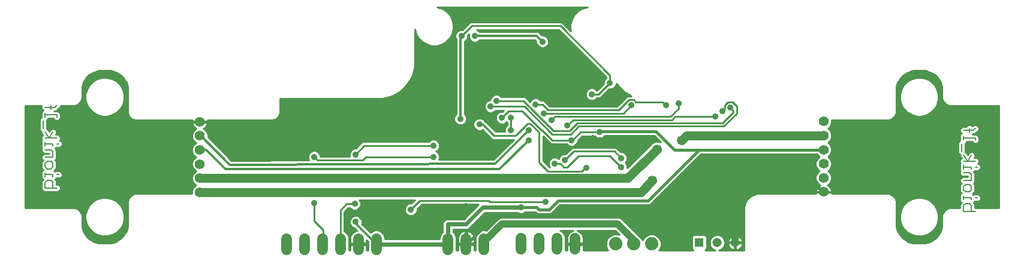
<source format=gbl>
G75*
%MOIN*%
%OFA0B0*%
%FSLAX25Y25*%
%IPPOS*%
%LPD*%
%AMOC8*
5,1,8,0,0,1.08239X$1,22.5*
%
%ADD10C,0.00600*%
%ADD11R,0.05150X0.05150*%
%ADD12C,0.05150*%
%ADD13C,0.06000*%
%ADD14C,0.05600*%
%ADD15C,0.07400*%
%ADD16C,0.03569*%
%ADD17C,0.01000*%
%ADD18C,0.01200*%
%ADD19C,0.02400*%
%ADD20C,0.01600*%
%ADD21C,0.04000*%
%ADD22C,0.04356*%
%ADD23C,0.05000*%
%ADD24C,0.05315*%
D10*
X0025422Y0058888D02*
X0025422Y0062091D01*
X0026490Y0063159D01*
X0028625Y0063159D01*
X0029692Y0062091D01*
X0029692Y0058888D01*
X0031828Y0058888D02*
X0025422Y0058888D01*
X0025422Y0065334D02*
X0025422Y0067469D01*
X0025422Y0066401D02*
X0029692Y0066401D01*
X0029692Y0065334D01*
X0031828Y0066401D02*
X0032895Y0066401D01*
X0028625Y0069631D02*
X0026490Y0069631D01*
X0025422Y0070698D01*
X0025422Y0072834D01*
X0026490Y0073901D01*
X0028625Y0073901D01*
X0029692Y0072834D01*
X0029692Y0070698D01*
X0028625Y0069631D01*
X0029692Y0076076D02*
X0025422Y0076076D01*
X0029692Y0076076D02*
X0029692Y0079279D01*
X0028625Y0080347D01*
X0025422Y0080347D01*
X0025422Y0082522D02*
X0025422Y0084657D01*
X0025422Y0083589D02*
X0029692Y0083589D01*
X0029692Y0082522D01*
X0031828Y0083589D02*
X0032895Y0083589D01*
X0031828Y0086819D02*
X0025422Y0086819D01*
X0027557Y0086819D02*
X0029692Y0090022D01*
X0027557Y0086819D02*
X0025422Y0090022D01*
X0024354Y0092190D02*
X0024354Y0096460D01*
X0025422Y0098636D02*
X0025422Y0100771D01*
X0025422Y0099703D02*
X0031828Y0099703D01*
X0031828Y0098636D01*
X0028625Y0102933D02*
X0028625Y0105068D01*
X0030760Y0104000D02*
X0031828Y0105068D01*
X0030760Y0104000D02*
X0025422Y0104000D01*
X0535071Y0083552D02*
X0535071Y0079282D01*
X0535071Y0083552D01*
X0536139Y0085727D02*
X0536139Y0087863D01*
X0536139Y0085727D01*
X0536139Y0086795D02*
X0542544Y0086795D01*
X0542544Y0085727D01*
X0542544Y0086795D01*
X0536139Y0086795D01*
X0536139Y0091092D02*
X0541476Y0091092D01*
X0542544Y0092160D01*
X0541476Y0091092D01*
X0536139Y0091092D01*
X0539341Y0090024D02*
X0539341Y0092160D01*
X0539341Y0090024D01*
X0540409Y0077113D02*
X0538274Y0073911D01*
X0536139Y0077113D01*
X0538274Y0073911D01*
X0540409Y0077113D01*
X0542544Y0073911D02*
X0536139Y0073911D01*
X0542544Y0073911D01*
X0542544Y0070681D02*
X0543612Y0070681D01*
X0542544Y0070681D01*
X0540409Y0070681D02*
X0536139Y0070681D01*
X0540409Y0070681D01*
X0540409Y0069614D01*
X0540409Y0070681D01*
X0536139Y0069614D02*
X0536139Y0071749D01*
X0536139Y0069614D01*
X0536139Y0067438D02*
X0539341Y0067438D01*
X0540409Y0066371D01*
X0540409Y0063168D01*
X0536139Y0063168D01*
X0540409Y0063168D01*
X0540409Y0066371D01*
X0539341Y0067438D01*
X0536139Y0067438D01*
X0537206Y0060993D02*
X0539341Y0060993D01*
X0540409Y0059925D01*
X0540409Y0057790D01*
X0539341Y0056723D01*
X0537206Y0056723D01*
X0536139Y0057790D01*
X0536139Y0059925D01*
X0537206Y0060993D01*
X0539341Y0060993D01*
X0540409Y0059925D01*
X0540409Y0057790D01*
X0539341Y0056723D01*
X0537206Y0056723D01*
X0536139Y0057790D01*
X0536139Y0059925D01*
X0537206Y0060993D01*
X0536139Y0054561D02*
X0536139Y0052426D01*
X0536139Y0054561D01*
X0536139Y0053493D02*
X0540409Y0053493D01*
X0540409Y0052426D01*
X0540409Y0053493D01*
X0536139Y0053493D01*
X0542544Y0053493D02*
X0543612Y0053493D01*
X0542544Y0053493D01*
X0539341Y0050250D02*
X0537206Y0050250D01*
X0536139Y0049183D01*
X0536139Y0045980D01*
X0542544Y0045980D01*
X0536139Y0045980D01*
X0536139Y0049183D01*
X0537206Y0050250D01*
X0539341Y0050250D01*
X0540409Y0049183D01*
X0540409Y0045980D01*
X0540409Y0049183D01*
X0539341Y0050250D01*
D11*
X0389095Y0028424D03*
D12*
X0399095Y0028424D03*
X0409095Y0028424D03*
D13*
X0320055Y0030708D02*
X0320055Y0024708D01*
X0310055Y0024708D02*
X0310055Y0030708D01*
X0300055Y0030708D02*
X0300055Y0024708D01*
X0290055Y0024708D02*
X0290055Y0030708D01*
X0269338Y0030675D02*
X0269338Y0024675D01*
X0259338Y0024675D02*
X0259338Y0030675D01*
X0249338Y0030675D02*
X0249338Y0024675D01*
X0209524Y0024655D02*
X0209524Y0030655D01*
X0199524Y0030655D02*
X0199524Y0024655D01*
X0189524Y0024655D02*
X0189524Y0030655D01*
X0179524Y0030655D02*
X0179524Y0024655D01*
X0169524Y0024655D02*
X0169524Y0030655D01*
X0159524Y0030655D02*
X0159524Y0024655D01*
D14*
X0111410Y0056537D03*
X0111410Y0064411D03*
X0111410Y0072285D03*
X0111410Y0080159D03*
X0111410Y0088033D03*
X0111410Y0095907D03*
X0458315Y0096078D03*
X0458315Y0088204D03*
X0458315Y0080330D03*
X0458315Y0072456D03*
X0458315Y0064582D03*
X0458315Y0056708D03*
D15*
X0362566Y0027713D03*
X0352566Y0027713D03*
X0342566Y0027713D03*
D16*
X0322499Y0047530D03*
X0303749Y0051280D03*
X0289999Y0048155D03*
X0259374Y0048780D03*
X0228749Y0046905D03*
X0198124Y0040030D03*
X0228749Y0035655D03*
X0197499Y0050030D03*
X0174999Y0050655D03*
X0174999Y0076280D03*
X0198124Y0077530D03*
X0241249Y0076280D03*
X0241249Y0082530D03*
X0266874Y0094405D03*
X0256249Y0097530D03*
X0273124Y0104405D03*
X0276249Y0107530D03*
X0279999Y0111280D03*
X0288124Y0115030D03*
X0298124Y0105655D03*
X0302499Y0100655D03*
X0306874Y0096905D03*
X0315624Y0093780D03*
X0333749Y0090030D03*
X0329999Y0086905D03*
X0318124Y0085655D03*
X0294374Y0085655D03*
X0294374Y0091280D03*
X0284374Y0091280D03*
X0284374Y0098155D03*
X0279374Y0098155D03*
X0329374Y0111280D03*
X0340624Y0105655D03*
X0351249Y0105030D03*
X0370624Y0105030D03*
X0377499Y0106280D03*
X0398124Y0098780D03*
X0401874Y0101905D03*
X0406249Y0103780D03*
X0354999Y0086905D03*
X0345624Y0075655D03*
X0345624Y0070655D03*
X0326249Y0070030D03*
X0314374Y0074405D03*
X0308749Y0072530D03*
X0339374Y0117530D03*
X0298124Y0136905D03*
X0301874Y0140655D03*
X0311874Y0144405D03*
X0264374Y0143780D03*
X0256874Y0143780D03*
D17*
X0052505Y0028973D02*
X0050075Y0030376D01*
X0048091Y0032360D01*
X0046688Y0034790D01*
X0045962Y0037500D01*
X0045870Y0038903D01*
X0045870Y0043835D01*
X0045109Y0045673D01*
X0043702Y0047079D01*
X0041865Y0047840D01*
X0014374Y0047840D01*
X0014374Y0104769D01*
X0023422Y0104769D01*
X0023422Y0103172D01*
X0024208Y0102385D01*
X0023422Y0101599D01*
X0023422Y0098356D01*
X0022354Y0097289D01*
X0022354Y0091362D01*
X0023434Y0090282D01*
X0023298Y0089601D01*
X0024130Y0088355D01*
X0023422Y0087647D01*
X0023422Y0085990D01*
X0023675Y0085738D01*
X0023422Y0085485D01*
X0023422Y0081693D01*
X0023681Y0081434D01*
X0023422Y0081175D01*
X0023422Y0079518D01*
X0024594Y0078347D01*
X0027692Y0078347D01*
X0027692Y0078076D01*
X0024594Y0078076D01*
X0023422Y0076905D01*
X0023422Y0075248D01*
X0024215Y0074455D01*
X0024158Y0074398D01*
X0023422Y0073662D01*
X0023422Y0069870D01*
X0024208Y0069084D01*
X0023422Y0068297D01*
X0023422Y0064505D01*
X0024215Y0063712D01*
X0024158Y0063655D01*
X0023422Y0062920D01*
X0023422Y0058060D01*
X0024594Y0056888D01*
X0032656Y0056888D01*
X0033827Y0058060D01*
X0033827Y0059717D01*
X0032656Y0060888D01*
X0031692Y0060888D01*
X0031692Y0062920D01*
X0030899Y0063712D01*
X0031588Y0064401D01*
X0033724Y0064401D01*
X0034895Y0065573D01*
X0034895Y0067230D01*
X0033724Y0068401D01*
X0030999Y0068401D01*
X0030760Y0068162D01*
X0030521Y0068401D01*
X0030224Y0068401D01*
X0030521Y0068698D01*
X0030935Y0069113D01*
X0031692Y0069870D01*
X0031692Y0073662D01*
X0030899Y0074455D01*
X0031692Y0075248D01*
X0031692Y0080108D01*
X0030899Y0080900D01*
X0031588Y0081589D01*
X0033724Y0081589D01*
X0034895Y0082761D01*
X0034895Y0084418D01*
X0033724Y0085589D01*
X0033426Y0085589D01*
X0033827Y0085990D01*
X0033827Y0087647D01*
X0032656Y0088819D01*
X0031294Y0088819D01*
X0031816Y0089601D01*
X0031491Y0091226D01*
X0030112Y0092145D01*
X0028488Y0091820D01*
X0027557Y0090424D01*
X0026627Y0091820D01*
X0026354Y0091875D01*
X0026354Y0096740D01*
X0027318Y0097703D01*
X0029932Y0097703D01*
X0030999Y0096636D01*
X0032656Y0096636D01*
X0033827Y0097807D01*
X0033827Y0100532D01*
X0032656Y0101703D01*
X0030224Y0101703D01*
X0030521Y0102000D01*
X0031588Y0102000D01*
X0032346Y0102757D01*
X0032760Y0103172D01*
X0033827Y0104239D01*
X0033827Y0104769D01*
X0041865Y0104769D01*
X0043702Y0105531D01*
X0045109Y0106937D01*
X0045870Y0108775D01*
X0045870Y0113706D01*
X0045962Y0115109D01*
X0046688Y0117820D01*
X0048091Y0120249D01*
X0050075Y0122233D01*
X0052505Y0123636D01*
X0055215Y0124363D01*
X0056618Y0124455D01*
X0060555Y0124455D01*
X0061958Y0124363D01*
X0064668Y0123636D01*
X0067098Y0122233D01*
X0069082Y0120249D01*
X0070485Y0117820D01*
X0071211Y0115109D01*
X0071303Y0113707D01*
X0071303Y0100901D01*
X0072064Y0099063D01*
X0073471Y0097657D01*
X0075309Y0096895D01*
X0107213Y0096895D01*
X0107110Y0096246D01*
X0107110Y0096195D01*
X0111122Y0096195D01*
X0111122Y0095620D01*
X0107110Y0095620D01*
X0107110Y0095569D01*
X0107215Y0094900D01*
X0107425Y0094257D01*
X0107732Y0093654D01*
X0108130Y0093106D01*
X0108608Y0092627D01*
X0109156Y0092230D01*
X0109436Y0092087D01*
X0108861Y0091848D01*
X0107595Y0090582D01*
X0106910Y0088928D01*
X0106910Y0087138D01*
X0107595Y0085484D01*
X0108861Y0084218D01*
X0109155Y0084096D01*
X0108861Y0083974D01*
X0107595Y0082708D01*
X0106910Y0081054D01*
X0106910Y0079264D01*
X0107595Y0077610D01*
X0108861Y0076344D01*
X0109155Y0076222D01*
X0108861Y0076100D01*
X0107595Y0074834D01*
X0106910Y0073180D01*
X0106910Y0071390D01*
X0107595Y0069736D01*
X0108861Y0068470D01*
X0109155Y0068348D01*
X0108861Y0068226D01*
X0107595Y0066960D01*
X0106910Y0065306D01*
X0106910Y0063516D01*
X0107595Y0061862D01*
X0108861Y0060596D01*
X0109155Y0060474D01*
X0108861Y0060352D01*
X0107595Y0059086D01*
X0106910Y0057432D01*
X0106910Y0055714D01*
X0075309Y0055714D01*
X0073471Y0054953D01*
X0072064Y0053547D01*
X0071303Y0051709D01*
X0071303Y0038903D01*
X0071211Y0037500D01*
X0070485Y0034790D01*
X0069082Y0032360D01*
X0067098Y0030376D01*
X0064668Y0028973D01*
X0061958Y0028247D01*
X0060555Y0028155D01*
X0056618Y0028155D01*
X0055215Y0028247D01*
X0052505Y0028973D01*
X0052505Y0028973D01*
X0052205Y0029146D02*
X0064968Y0029146D01*
X0066697Y0030145D02*
X0050476Y0030145D01*
X0049308Y0031143D02*
X0067865Y0031143D01*
X0068864Y0032142D02*
X0060384Y0032142D01*
X0060008Y0032041D02*
X0062755Y0032777D01*
X0065217Y0034199D01*
X0067228Y0036209D01*
X0068650Y0038672D01*
X0069386Y0041419D01*
X0069386Y0044262D01*
X0068650Y0047009D01*
X0067228Y0049471D01*
X0065217Y0051482D01*
X0062755Y0052904D01*
X0060008Y0053640D01*
X0057165Y0053640D01*
X0054418Y0052904D01*
X0051956Y0051482D01*
X0049945Y0049471D01*
X0048523Y0047009D01*
X0047787Y0044262D01*
X0047787Y0041419D01*
X0048523Y0038672D01*
X0049945Y0036209D01*
X0051956Y0034199D01*
X0054418Y0032777D01*
X0057165Y0032041D01*
X0060008Y0032041D01*
X0056789Y0032142D02*
X0048310Y0032142D01*
X0047641Y0033140D02*
X0053789Y0033140D01*
X0052059Y0034139D02*
X0047064Y0034139D01*
X0046595Y0035137D02*
X0051017Y0035137D01*
X0050019Y0036136D02*
X0046328Y0036136D01*
X0046060Y0037134D02*
X0049411Y0037134D01*
X0048835Y0038133D02*
X0045921Y0038133D01*
X0045870Y0039131D02*
X0048400Y0039131D01*
X0048133Y0040130D02*
X0045870Y0040130D01*
X0045870Y0041129D02*
X0047865Y0041129D01*
X0047787Y0042127D02*
X0045870Y0042127D01*
X0045870Y0043126D02*
X0047787Y0043126D01*
X0047787Y0044124D02*
X0045750Y0044124D01*
X0045337Y0045123D02*
X0048018Y0045123D01*
X0048286Y0046121D02*
X0044660Y0046121D01*
X0043605Y0047120D02*
X0048587Y0047120D01*
X0049164Y0048118D02*
X0014374Y0048118D01*
X0014374Y0049117D02*
X0049740Y0049117D01*
X0050589Y0050115D02*
X0014374Y0050115D01*
X0014374Y0051114D02*
X0051587Y0051114D01*
X0053047Y0052112D02*
X0014374Y0052112D01*
X0014374Y0053111D02*
X0055191Y0053111D01*
X0061982Y0053111D02*
X0071884Y0053111D01*
X0071470Y0052112D02*
X0064126Y0052112D01*
X0065586Y0051114D02*
X0071303Y0051114D01*
X0071303Y0050115D02*
X0066584Y0050115D01*
X0067433Y0049117D02*
X0071303Y0049117D01*
X0071303Y0048118D02*
X0068009Y0048118D01*
X0068586Y0047120D02*
X0071303Y0047120D01*
X0071303Y0046121D02*
X0068888Y0046121D01*
X0069155Y0045123D02*
X0071303Y0045123D01*
X0071303Y0044124D02*
X0069386Y0044124D01*
X0069386Y0043126D02*
X0071303Y0043126D01*
X0071303Y0042127D02*
X0069386Y0042127D01*
X0069308Y0041129D02*
X0071303Y0041129D01*
X0071303Y0040130D02*
X0069041Y0040130D01*
X0068773Y0039131D02*
X0071303Y0039131D01*
X0071253Y0038133D02*
X0068339Y0038133D01*
X0067762Y0037134D02*
X0071113Y0037134D01*
X0070846Y0036136D02*
X0067155Y0036136D01*
X0066156Y0035137D02*
X0070578Y0035137D01*
X0070109Y0034139D02*
X0065114Y0034139D01*
X0063384Y0033140D02*
X0069532Y0033140D01*
X0072627Y0054109D02*
X0014374Y0054109D01*
X0014374Y0055108D02*
X0073844Y0055108D01*
X0106910Y0056106D02*
X0014374Y0056106D01*
X0014374Y0057105D02*
X0024377Y0057105D01*
X0023422Y0058103D02*
X0014374Y0058103D01*
X0014374Y0059102D02*
X0023422Y0059102D01*
X0023422Y0060100D02*
X0014374Y0060100D01*
X0014374Y0061099D02*
X0023422Y0061099D01*
X0023422Y0062097D02*
X0014374Y0062097D01*
X0014374Y0063096D02*
X0023598Y0063096D01*
X0023833Y0064094D02*
X0014374Y0064094D01*
X0014374Y0065093D02*
X0023422Y0065093D01*
X0023422Y0066091D02*
X0014374Y0066091D01*
X0014374Y0067090D02*
X0023422Y0067090D01*
X0023422Y0068088D02*
X0014374Y0068088D01*
X0014374Y0069087D02*
X0024205Y0069087D01*
X0023422Y0070085D02*
X0014374Y0070085D01*
X0014374Y0071084D02*
X0023422Y0071084D01*
X0023422Y0072082D02*
X0014374Y0072082D01*
X0014374Y0073081D02*
X0023422Y0073081D01*
X0023839Y0074079D02*
X0014374Y0074079D01*
X0014374Y0075078D02*
X0023592Y0075078D01*
X0023422Y0076076D02*
X0014374Y0076076D01*
X0014374Y0077075D02*
X0023592Y0077075D01*
X0024591Y0078073D02*
X0014374Y0078073D01*
X0014374Y0079072D02*
X0023868Y0079072D01*
X0023422Y0080070D02*
X0014374Y0080070D01*
X0014374Y0081069D02*
X0023422Y0081069D01*
X0023422Y0082067D02*
X0014374Y0082067D01*
X0014374Y0083066D02*
X0023422Y0083066D01*
X0023422Y0084065D02*
X0014374Y0084065D01*
X0014374Y0085063D02*
X0023422Y0085063D01*
X0023422Y0086062D02*
X0014374Y0086062D01*
X0014374Y0087060D02*
X0023422Y0087060D01*
X0023833Y0088059D02*
X0014374Y0088059D01*
X0014374Y0089057D02*
X0023661Y0089057D01*
X0023389Y0090056D02*
X0014374Y0090056D01*
X0014374Y0091054D02*
X0022662Y0091054D01*
X0022354Y0092053D02*
X0014374Y0092053D01*
X0014374Y0093051D02*
X0022354Y0093051D01*
X0022354Y0094050D02*
X0014374Y0094050D01*
X0014374Y0095048D02*
X0022354Y0095048D01*
X0022354Y0096047D02*
X0014374Y0096047D01*
X0014374Y0097045D02*
X0022354Y0097045D01*
X0023109Y0098044D02*
X0014374Y0098044D01*
X0014374Y0099042D02*
X0023422Y0099042D01*
X0023422Y0100041D02*
X0014374Y0100041D01*
X0014374Y0101039D02*
X0023422Y0101039D01*
X0023861Y0102038D02*
X0014374Y0102038D01*
X0014374Y0103036D02*
X0023558Y0103036D01*
X0023422Y0104035D02*
X0014374Y0104035D01*
X0031626Y0102038D02*
X0051046Y0102038D01*
X0051956Y0101128D02*
X0054418Y0099706D01*
X0057165Y0098970D01*
X0060008Y0098970D01*
X0062755Y0099706D01*
X0065217Y0101128D01*
X0067228Y0103139D01*
X0068650Y0105601D01*
X0069386Y0108348D01*
X0069386Y0111191D01*
X0068650Y0113938D01*
X0067228Y0116400D01*
X0065217Y0118411D01*
X0062755Y0119833D01*
X0060008Y0120569D01*
X0057165Y0120569D01*
X0054418Y0119833D01*
X0051956Y0118411D01*
X0049945Y0116400D01*
X0048523Y0113938D01*
X0047787Y0111191D01*
X0047787Y0108348D01*
X0048523Y0105601D01*
X0049945Y0103139D01*
X0051956Y0101128D01*
X0052109Y0101039D02*
X0033320Y0101039D01*
X0033827Y0100041D02*
X0053839Y0100041D01*
X0056897Y0099042D02*
X0033827Y0099042D01*
X0033827Y0098044D02*
X0073084Y0098044D01*
X0072085Y0099042D02*
X0060277Y0099042D01*
X0063334Y0100041D02*
X0071659Y0100041D01*
X0071303Y0101039D02*
X0065064Y0101039D01*
X0066127Y0102038D02*
X0071303Y0102038D01*
X0071303Y0103036D02*
X0067126Y0103036D01*
X0067745Y0104035D02*
X0071303Y0104035D01*
X0071303Y0105033D02*
X0068322Y0105033D01*
X0068765Y0106032D02*
X0071303Y0106032D01*
X0071303Y0107030D02*
X0069033Y0107030D01*
X0069300Y0108029D02*
X0071303Y0108029D01*
X0071303Y0109027D02*
X0069386Y0109027D01*
X0069386Y0110026D02*
X0071303Y0110026D01*
X0071303Y0111024D02*
X0069386Y0111024D01*
X0069163Y0112023D02*
X0071303Y0112023D01*
X0071303Y0113021D02*
X0068895Y0113021D01*
X0068603Y0114020D02*
X0071283Y0114020D01*
X0071217Y0115018D02*
X0068026Y0115018D01*
X0067450Y0116017D02*
X0070968Y0116017D01*
X0070700Y0117015D02*
X0066613Y0117015D01*
X0065615Y0118014D02*
X0070373Y0118014D01*
X0069796Y0119012D02*
X0064176Y0119012D01*
X0062090Y0120011D02*
X0069220Y0120011D01*
X0068322Y0121009D02*
X0048851Y0121009D01*
X0047953Y0120011D02*
X0055083Y0120011D01*
X0052997Y0119012D02*
X0047377Y0119012D01*
X0046800Y0118014D02*
X0051559Y0118014D01*
X0050560Y0117015D02*
X0046473Y0117015D01*
X0046205Y0116017D02*
X0049724Y0116017D01*
X0049147Y0115018D02*
X0045956Y0115018D01*
X0045891Y0114020D02*
X0048571Y0114020D01*
X0048278Y0113021D02*
X0045870Y0113021D01*
X0045870Y0112023D02*
X0048010Y0112023D01*
X0047787Y0111024D02*
X0045870Y0111024D01*
X0045870Y0110026D02*
X0047787Y0110026D01*
X0047787Y0109027D02*
X0045870Y0109027D01*
X0045561Y0108029D02*
X0047873Y0108029D01*
X0048140Y0107030D02*
X0045147Y0107030D01*
X0044203Y0106032D02*
X0048408Y0106032D01*
X0048851Y0105033D02*
X0042501Y0105033D01*
X0049428Y0104035D02*
X0033623Y0104035D01*
X0032760Y0103172D02*
X0032760Y0103172D01*
X0032624Y0103036D02*
X0050047Y0103036D01*
X0033065Y0097045D02*
X0074947Y0097045D01*
X0107192Y0095048D02*
X0026354Y0095048D01*
X0026354Y0094050D02*
X0107530Y0094050D01*
X0108185Y0093051D02*
X0026354Y0093051D01*
X0026354Y0092053D02*
X0029649Y0092053D01*
X0030251Y0092053D02*
X0109354Y0092053D01*
X0108066Y0091054D02*
X0031525Y0091054D01*
X0031725Y0090056D02*
X0107377Y0090056D01*
X0106963Y0089057D02*
X0031453Y0089057D01*
X0033416Y0088059D02*
X0106910Y0088059D01*
X0106942Y0087060D02*
X0033827Y0087060D01*
X0033827Y0086062D02*
X0107356Y0086062D01*
X0108016Y0085063D02*
X0034250Y0085063D01*
X0034895Y0084065D02*
X0109079Y0084065D01*
X0107952Y0083066D02*
X0034895Y0083066D01*
X0034202Y0082067D02*
X0107329Y0082067D01*
X0106916Y0081069D02*
X0031068Y0081069D01*
X0031692Y0080070D02*
X0106910Y0080070D01*
X0106989Y0079072D02*
X0031692Y0079072D01*
X0031692Y0078073D02*
X0107403Y0078073D01*
X0108130Y0077075D02*
X0031692Y0077075D01*
X0031692Y0076076D02*
X0108837Y0076076D01*
X0107838Y0075078D02*
X0031522Y0075078D01*
X0031275Y0074079D02*
X0107282Y0074079D01*
X0106910Y0073081D02*
X0031692Y0073081D01*
X0031692Y0072082D02*
X0106910Y0072082D01*
X0107036Y0071084D02*
X0031692Y0071084D01*
X0031692Y0070085D02*
X0107450Y0070085D01*
X0108244Y0069087D02*
X0030909Y0069087D01*
X0030521Y0068698D02*
X0030521Y0068698D01*
X0034037Y0068088D02*
X0108723Y0068088D01*
X0107724Y0067090D02*
X0034895Y0067090D01*
X0034895Y0066091D02*
X0107235Y0066091D01*
X0106910Y0065093D02*
X0034415Y0065093D01*
X0031281Y0064094D02*
X0106910Y0064094D01*
X0107084Y0063096D02*
X0031516Y0063096D01*
X0031692Y0062097D02*
X0107497Y0062097D01*
X0108358Y0061099D02*
X0031692Y0061099D01*
X0033444Y0060100D02*
X0108609Y0060100D01*
X0107610Y0059102D02*
X0033827Y0059102D01*
X0033827Y0058103D02*
X0107188Y0058103D01*
X0106910Y0057105D02*
X0032872Y0057105D01*
X0117220Y0086062D02*
X0273995Y0086062D01*
X0274060Y0085996D02*
X0285837Y0085996D01*
X0274667Y0074826D01*
X0244365Y0074698D01*
X0244733Y0075587D01*
X0244733Y0076973D01*
X0244203Y0078254D01*
X0243223Y0079234D01*
X0242809Y0079405D01*
X0243223Y0079577D01*
X0244203Y0080557D01*
X0244733Y0081837D01*
X0244733Y0083223D01*
X0244203Y0084504D01*
X0243223Y0085484D01*
X0241942Y0086015D01*
X0240556Y0086015D01*
X0239275Y0085484D01*
X0238522Y0084730D01*
X0203326Y0084730D01*
X0203262Y0084786D01*
X0202426Y0084730D01*
X0201588Y0084730D01*
X0201528Y0084670D01*
X0201443Y0084665D01*
X0200892Y0084034D01*
X0200299Y0083442D01*
X0200299Y0083357D01*
X0198249Y0081015D01*
X0197431Y0081015D01*
X0196150Y0080484D01*
X0195170Y0079504D01*
X0194640Y0078223D01*
X0194640Y0076837D01*
X0194736Y0076605D01*
X0178483Y0076605D01*
X0178483Y0076973D01*
X0177953Y0078254D01*
X0176973Y0079234D01*
X0175692Y0079765D01*
X0174306Y0079765D01*
X0173025Y0079234D01*
X0172045Y0078254D01*
X0171515Y0076973D01*
X0171515Y0075587D01*
X0172010Y0074391D01*
X0129073Y0074209D01*
X0115910Y0087372D01*
X0115910Y0088928D01*
X0115225Y0090582D01*
X0113959Y0091848D01*
X0113383Y0092087D01*
X0113663Y0092230D01*
X0114211Y0092627D01*
X0114689Y0093106D01*
X0115087Y0093654D01*
X0115395Y0094257D01*
X0115604Y0094900D01*
X0115710Y0095569D01*
X0115710Y0095620D01*
X0111697Y0095620D01*
X0111697Y0096195D01*
X0115710Y0096195D01*
X0115710Y0096246D01*
X0115607Y0096895D01*
X0152101Y0096895D01*
X0153939Y0097657D01*
X0155345Y0099063D01*
X0156106Y0100901D01*
X0156106Y0108706D01*
X0212893Y0108706D01*
X0218170Y0110120D01*
X0222901Y0112852D01*
X0226764Y0116715D01*
X0229495Y0121446D01*
X0230909Y0126723D01*
X0230909Y0147527D01*
X0231594Y0144971D01*
X0233016Y0142509D01*
X0235027Y0140498D01*
X0237489Y0139076D01*
X0240236Y0138340D01*
X0243079Y0138340D01*
X0245826Y0139076D01*
X0248288Y0140498D01*
X0250299Y0142509D01*
X0251721Y0144971D01*
X0252457Y0147718D01*
X0252457Y0150561D01*
X0251721Y0153308D01*
X0250299Y0155770D01*
X0248288Y0157781D01*
X0245826Y0159203D01*
X0243270Y0159888D01*
X0323625Y0159888D01*
X0323898Y0159808D01*
X0324612Y0159888D01*
X0325329Y0159888D01*
X0325481Y0159951D01*
X0326323Y0159997D01*
X0326844Y0159937D01*
X0324103Y0159203D01*
X0321641Y0157781D01*
X0319630Y0155770D01*
X0318208Y0153308D01*
X0317472Y0150561D01*
X0317472Y0147718D01*
X0317765Y0146625D01*
X0314074Y0150317D01*
X0312785Y0151605D01*
X0261588Y0151605D01*
X0257247Y0147265D01*
X0256181Y0147265D01*
X0254900Y0146734D01*
X0253920Y0145754D01*
X0253390Y0144473D01*
X0253390Y0143087D01*
X0253920Y0141807D01*
X0253949Y0141778D01*
X0253949Y0100158D01*
X0253295Y0099504D01*
X0252765Y0098223D01*
X0252765Y0096837D01*
X0253295Y0095557D01*
X0254275Y0094577D01*
X0255556Y0094046D01*
X0256942Y0094046D01*
X0258223Y0094577D01*
X0259203Y0095557D01*
X0259733Y0096837D01*
X0259733Y0098223D01*
X0259203Y0099504D01*
X0258549Y0100158D01*
X0258549Y0140703D01*
X0258848Y0140827D01*
X0259828Y0141807D01*
X0260358Y0143087D01*
X0260358Y0144153D01*
X0261039Y0144834D01*
X0260890Y0144473D01*
X0260890Y0143087D01*
X0261420Y0141807D01*
X0262400Y0140827D01*
X0263681Y0140296D01*
X0265067Y0140296D01*
X0266348Y0140827D01*
X0267001Y0141480D01*
X0297796Y0141480D01*
X0298390Y0140887D01*
X0298390Y0139962D01*
X0298920Y0138682D01*
X0299900Y0137702D01*
X0301181Y0137171D01*
X0302567Y0137171D01*
X0303848Y0137702D01*
X0304828Y0138682D01*
X0305358Y0139962D01*
X0305358Y0141348D01*
X0304828Y0142629D01*
X0303848Y0143609D01*
X0302567Y0144140D01*
X0301642Y0144140D01*
X0299702Y0146080D01*
X0267001Y0146080D01*
X0266348Y0146734D01*
X0265210Y0147205D01*
X0310963Y0147205D01*
X0337174Y0120994D01*
X0337174Y0120258D01*
X0336420Y0119504D01*
X0335890Y0118223D01*
X0335890Y0117157D01*
X0332213Y0113480D01*
X0332101Y0113480D01*
X0331348Y0114234D01*
X0330067Y0114765D01*
X0328681Y0114765D01*
X0327400Y0114234D01*
X0326420Y0113254D01*
X0325890Y0111973D01*
X0325890Y0110587D01*
X0326420Y0109307D01*
X0327400Y0108327D01*
X0328681Y0107796D01*
X0330067Y0107796D01*
X0331348Y0108327D01*
X0332101Y0109080D01*
X0334035Y0109080D01*
X0335324Y0110369D01*
X0339001Y0114046D01*
X0340067Y0114046D01*
X0341348Y0114577D01*
X0342328Y0115557D01*
X0342858Y0116837D01*
X0342858Y0117247D01*
X0343165Y0116715D01*
X0347028Y0112852D01*
X0347028Y0112852D01*
X0351423Y0110315D01*
X0349060Y0110315D01*
X0343401Y0104655D01*
X0305985Y0104655D01*
X0302785Y0107855D01*
X0300851Y0107855D01*
X0300098Y0108609D01*
X0298817Y0109140D01*
X0297431Y0109140D01*
X0296150Y0108609D01*
X0295170Y0107629D01*
X0294908Y0106996D01*
X0292173Y0109730D01*
X0278976Y0109730D01*
X0278223Y0110484D01*
X0276942Y0111015D01*
X0275556Y0111015D01*
X0274275Y0110484D01*
X0273295Y0109504D01*
X0272765Y0108223D01*
X0272765Y0107890D01*
X0272431Y0107890D01*
X0271150Y0107359D01*
X0270170Y0106379D01*
X0269640Y0105098D01*
X0269640Y0103712D01*
X0270170Y0102432D01*
X0271150Y0101452D01*
X0272431Y0100921D01*
X0273817Y0100921D01*
X0275098Y0101452D01*
X0275851Y0102205D01*
X0280313Y0102205D01*
X0279747Y0101640D01*
X0278681Y0101640D01*
X0277400Y0101109D01*
X0276420Y0100129D01*
X0275890Y0098848D01*
X0275890Y0097462D01*
X0276420Y0096182D01*
X0277400Y0095202D01*
X0278681Y0094671D01*
X0280067Y0094671D01*
X0281348Y0095202D01*
X0281874Y0095728D01*
X0282174Y0095428D01*
X0282174Y0094008D01*
X0281420Y0093254D01*
X0280890Y0091973D01*
X0280890Y0090587D01*
X0280969Y0090396D01*
X0275883Y0090396D01*
X0269673Y0096605D01*
X0269601Y0096605D01*
X0268848Y0097359D01*
X0267567Y0097890D01*
X0266181Y0097890D01*
X0264900Y0097359D01*
X0263920Y0096379D01*
X0263390Y0095098D01*
X0263390Y0093712D01*
X0263920Y0092432D01*
X0264900Y0091452D01*
X0266181Y0090921D01*
X0267567Y0090921D01*
X0268676Y0091380D01*
X0272771Y0087285D01*
X0274060Y0085996D01*
X0272996Y0087060D02*
X0116222Y0087060D01*
X0115910Y0088059D02*
X0271998Y0088059D01*
X0270999Y0089057D02*
X0115856Y0089057D01*
X0115443Y0090056D02*
X0270001Y0090056D01*
X0269002Y0091054D02*
X0267888Y0091054D01*
X0265860Y0091054D02*
X0114753Y0091054D01*
X0113465Y0092053D02*
X0264299Y0092053D01*
X0263664Y0093051D02*
X0114635Y0093051D01*
X0115289Y0094050D02*
X0255547Y0094050D01*
X0256951Y0094050D02*
X0263390Y0094050D01*
X0263390Y0095048D02*
X0258694Y0095048D01*
X0259406Y0096047D02*
X0263783Y0096047D01*
X0264586Y0097045D02*
X0259733Y0097045D01*
X0259733Y0098044D02*
X0275890Y0098044D01*
X0275970Y0099042D02*
X0259394Y0099042D01*
X0258666Y0100041D02*
X0276384Y0100041D01*
X0277330Y0101039D02*
X0274102Y0101039D01*
X0275684Y0102038D02*
X0280145Y0102038D01*
X0283124Y0101905D02*
X0279374Y0098155D01*
X0276063Y0097045D02*
X0269162Y0097045D01*
X0270232Y0096047D02*
X0276555Y0096047D01*
X0277771Y0095048D02*
X0271231Y0095048D01*
X0272229Y0094050D02*
X0282174Y0094050D01*
X0282174Y0095048D02*
X0280977Y0095048D01*
X0281336Y0093051D02*
X0273228Y0093051D01*
X0274226Y0092053D02*
X0280923Y0092053D01*
X0280890Y0091054D02*
X0275225Y0091054D01*
X0274971Y0088196D02*
X0286928Y0088196D01*
X0293721Y0094990D01*
X0295027Y0094990D01*
X0299999Y0090017D01*
X0299999Y0073155D01*
X0304943Y0068211D01*
X0323805Y0068211D01*
X0325624Y0070030D01*
X0326249Y0070030D01*
X0321874Y0076905D02*
X0315624Y0070655D01*
X0313749Y0070655D01*
X0311874Y0072530D01*
X0308749Y0072530D01*
X0305577Y0071084D02*
X0305182Y0071084D01*
X0305265Y0071837D02*
X0305795Y0070557D01*
X0305941Y0070411D01*
X0305854Y0070411D01*
X0302199Y0074067D01*
X0302199Y0087766D01*
X0306510Y0083455D01*
X0315397Y0083455D01*
X0316150Y0082702D01*
X0317431Y0082171D01*
X0318817Y0082171D01*
X0320098Y0082702D01*
X0321078Y0083682D01*
X0321608Y0084962D01*
X0321608Y0085403D01*
X0324035Y0087830D01*
X0331022Y0087830D01*
X0331775Y0087077D01*
X0333056Y0086546D01*
X0334442Y0086546D01*
X0335723Y0087077D01*
X0336703Y0088057D01*
X0336744Y0088155D01*
X0363963Y0088155D01*
X0367541Y0084578D01*
X0366491Y0085013D01*
X0364757Y0085013D01*
X0363156Y0084349D01*
X0361930Y0083124D01*
X0361772Y0082743D01*
X0349108Y0070079D01*
X0349108Y0071348D01*
X0348578Y0072629D01*
X0348051Y0073155D01*
X0348578Y0073682D01*
X0349108Y0074962D01*
X0349108Y0076348D01*
X0348578Y0077629D01*
X0347598Y0078609D01*
X0346317Y0079140D01*
X0345251Y0079140D01*
X0342785Y0081605D01*
X0318463Y0081605D01*
X0317174Y0080317D01*
X0317174Y0080317D01*
X0314747Y0077890D01*
X0313681Y0077890D01*
X0312400Y0077359D01*
X0311420Y0076379D01*
X0310954Y0075253D01*
X0310723Y0075484D01*
X0309442Y0076015D01*
X0308056Y0076015D01*
X0306775Y0075484D01*
X0305795Y0074504D01*
X0305265Y0073223D01*
X0305265Y0071837D01*
X0305265Y0072082D02*
X0304183Y0072082D01*
X0303185Y0073081D02*
X0305265Y0073081D01*
X0305619Y0074079D02*
X0302199Y0074079D01*
X0302199Y0075078D02*
X0306369Y0075078D01*
X0302199Y0076076D02*
X0311295Y0076076D01*
X0312116Y0077075D02*
X0302199Y0077075D01*
X0302199Y0078073D02*
X0314931Y0078073D01*
X0315929Y0079072D02*
X0302199Y0079072D01*
X0302199Y0080070D02*
X0316928Y0080070D01*
X0317926Y0081069D02*
X0302199Y0081069D01*
X0302199Y0082067D02*
X0361097Y0082067D01*
X0361906Y0083066D02*
X0320462Y0083066D01*
X0321236Y0084065D02*
X0362871Y0084065D01*
X0366057Y0086062D02*
X0322266Y0086062D01*
X0321608Y0085063D02*
X0367056Y0085063D01*
X0365059Y0087060D02*
X0335683Y0087060D01*
X0336704Y0088059D02*
X0364060Y0088059D01*
X0354999Y0086905D02*
X0329999Y0086905D01*
X0331815Y0087060D02*
X0323265Y0087060D01*
X0323124Y0090030D02*
X0318749Y0085655D01*
X0318124Y0085655D01*
X0307421Y0085655D01*
X0301799Y0091277D01*
X0301284Y0091277D01*
X0295772Y0096790D01*
X0295740Y0096790D01*
X0290624Y0101905D01*
X0283124Y0101905D01*
X0291842Y0104405D02*
X0307351Y0088896D01*
X0317647Y0088896D01*
X0322131Y0093380D01*
X0402770Y0093380D01*
X0409924Y0100535D01*
X0409924Y0104467D01*
X0407527Y0106865D01*
X0404971Y0106865D01*
X0403165Y0105058D01*
X0403165Y0103196D01*
X0401874Y0101905D01*
X0406249Y0103780D02*
X0408124Y0101905D01*
X0408124Y0101280D01*
X0402024Y0095180D01*
X0321386Y0095180D01*
X0316902Y0090696D01*
X0308096Y0090696D01*
X0291262Y0107530D01*
X0276249Y0107530D01*
X0273817Y0110026D02*
X0258549Y0110026D01*
X0258549Y0111024D02*
X0325890Y0111024D01*
X0325910Y0112023D02*
X0258549Y0112023D01*
X0258549Y0113021D02*
X0326324Y0113021D01*
X0327186Y0114020D02*
X0258549Y0114020D01*
X0258549Y0115018D02*
X0333751Y0115018D01*
X0332752Y0114020D02*
X0331562Y0114020D01*
X0334749Y0116017D02*
X0258549Y0116017D01*
X0258549Y0117015D02*
X0335748Y0117015D01*
X0335890Y0118014D02*
X0258549Y0118014D01*
X0258549Y0119012D02*
X0336217Y0119012D01*
X0336927Y0120011D02*
X0258549Y0120011D01*
X0258549Y0121009D02*
X0337159Y0121009D01*
X0336160Y0122008D02*
X0258549Y0122008D01*
X0258549Y0123006D02*
X0335162Y0123006D01*
X0334163Y0124005D02*
X0258549Y0124005D01*
X0258549Y0125003D02*
X0333165Y0125003D01*
X0332166Y0126002D02*
X0258549Y0126002D01*
X0258549Y0127000D02*
X0331168Y0127000D01*
X0330169Y0127999D02*
X0258549Y0127999D01*
X0258549Y0128998D02*
X0329171Y0128998D01*
X0328172Y0129996D02*
X0258549Y0129996D01*
X0258549Y0130995D02*
X0327174Y0130995D01*
X0326175Y0131993D02*
X0258549Y0131993D01*
X0258549Y0132992D02*
X0325176Y0132992D01*
X0324178Y0133990D02*
X0258549Y0133990D01*
X0258549Y0134989D02*
X0323179Y0134989D01*
X0322181Y0135987D02*
X0258549Y0135987D01*
X0258549Y0136986D02*
X0321182Y0136986D01*
X0320184Y0137984D02*
X0304130Y0137984D01*
X0304952Y0138983D02*
X0319185Y0138983D01*
X0318187Y0139981D02*
X0305358Y0139981D01*
X0305358Y0140980D02*
X0317188Y0140980D01*
X0316190Y0141978D02*
X0305097Y0141978D01*
X0304480Y0142977D02*
X0315191Y0142977D01*
X0314193Y0143975D02*
X0302964Y0143975D01*
X0300808Y0144974D02*
X0313194Y0144974D01*
X0312196Y0145972D02*
X0299810Y0145972D01*
X0311197Y0146971D02*
X0265776Y0146971D01*
X0262499Y0149405D02*
X0256874Y0143780D01*
X0253597Y0144974D02*
X0251721Y0144974D01*
X0251989Y0145972D02*
X0254138Y0145972D01*
X0255472Y0146971D02*
X0252256Y0146971D01*
X0252457Y0147969D02*
X0257952Y0147969D01*
X0258950Y0148968D02*
X0252457Y0148968D01*
X0252457Y0149966D02*
X0259949Y0149966D01*
X0260947Y0150965D02*
X0252349Y0150965D01*
X0252081Y0151963D02*
X0317848Y0151963D01*
X0317581Y0150965D02*
X0313426Y0150965D01*
X0314424Y0149966D02*
X0317472Y0149966D01*
X0317472Y0148968D02*
X0315423Y0148968D01*
X0316421Y0147969D02*
X0317472Y0147969D01*
X0317420Y0146971D02*
X0317673Y0146971D01*
X0311874Y0149405D02*
X0262499Y0149405D01*
X0251813Y0152962D02*
X0318116Y0152962D01*
X0318585Y0153960D02*
X0251344Y0153960D01*
X0250768Y0154959D02*
X0319162Y0154959D01*
X0319817Y0155957D02*
X0250112Y0155957D01*
X0249114Y0156956D02*
X0320816Y0156956D01*
X0321941Y0157954D02*
X0247988Y0157954D01*
X0246259Y0158953D02*
X0323670Y0158953D01*
X0325494Y0159951D02*
X0326719Y0159951D01*
X0311874Y0149405D02*
X0339374Y0121905D01*
X0339374Y0117530D01*
X0333124Y0111280D01*
X0329374Y0111280D01*
X0326122Y0110026D02*
X0278681Y0110026D01*
X0279999Y0111280D02*
X0284374Y0111280D01*
X0288124Y0115030D01*
X0288749Y0115655D01*
X0296874Y0115655D01*
X0306249Y0106280D01*
X0339999Y0106280D01*
X0340624Y0105655D01*
X0343779Y0105033D02*
X0305607Y0105033D01*
X0304609Y0106032D02*
X0344777Y0106032D01*
X0345776Y0107030D02*
X0303610Y0107030D01*
X0301874Y0105655D02*
X0298124Y0105655D01*
X0294922Y0107030D02*
X0294874Y0107030D01*
X0295570Y0108029D02*
X0293875Y0108029D01*
X0292876Y0109027D02*
X0297160Y0109027D01*
X0299088Y0109027D02*
X0326700Y0109027D01*
X0328119Y0108029D02*
X0300678Y0108029D01*
X0301874Y0105655D02*
X0305074Y0102455D01*
X0344312Y0102455D01*
X0349971Y0108115D01*
X0352527Y0108115D01*
X0353810Y0106831D01*
X0368749Y0106831D01*
X0370624Y0105030D01*
X0373124Y0098780D02*
X0377499Y0103155D01*
X0377499Y0106280D01*
X0375670Y0098780D02*
X0373870Y0096980D01*
X0318824Y0096980D01*
X0315624Y0093780D01*
X0323124Y0090030D02*
X0333749Y0090030D01*
X0315786Y0083066D02*
X0302199Y0083066D01*
X0302199Y0084065D02*
X0305901Y0084065D01*
X0304902Y0085063D02*
X0302199Y0085063D01*
X0302199Y0086062D02*
X0303904Y0086062D01*
X0302905Y0087060D02*
X0302199Y0087060D01*
X0284904Y0085063D02*
X0243644Y0085063D01*
X0244385Y0084065D02*
X0283906Y0084065D01*
X0282907Y0083066D02*
X0244733Y0083066D01*
X0244733Y0082067D02*
X0281909Y0082067D01*
X0280910Y0081069D02*
X0244415Y0081069D01*
X0243717Y0080070D02*
X0279911Y0080070D01*
X0278913Y0079072D02*
X0243385Y0079072D01*
X0244278Y0078073D02*
X0277914Y0078073D01*
X0276916Y0077075D02*
X0244691Y0077075D01*
X0244733Y0076076D02*
X0275917Y0076076D01*
X0274919Y0075078D02*
X0244522Y0075078D01*
X0241249Y0076280D02*
X0203749Y0076280D01*
X0201874Y0074405D01*
X0176874Y0074405D01*
X0174999Y0076280D01*
X0171726Y0075078D02*
X0128204Y0075078D01*
X0127206Y0076076D02*
X0171515Y0076076D01*
X0171557Y0077075D02*
X0126207Y0077075D01*
X0125209Y0078073D02*
X0171970Y0078073D01*
X0172863Y0079072D02*
X0124210Y0079072D01*
X0123212Y0080070D02*
X0195737Y0080070D01*
X0194991Y0079072D02*
X0177135Y0079072D01*
X0178028Y0078073D02*
X0194640Y0078073D01*
X0194640Y0077075D02*
X0178441Y0077075D01*
X0198124Y0077530D02*
X0202499Y0082530D01*
X0241249Y0082530D01*
X0238854Y0085063D02*
X0118219Y0085063D01*
X0119217Y0084065D02*
X0200918Y0084065D01*
X0200044Y0083066D02*
X0120216Y0083066D01*
X0121215Y0082067D02*
X0199171Y0082067D01*
X0198297Y0081069D02*
X0122213Y0081069D01*
X0115627Y0095048D02*
X0253804Y0095048D01*
X0253092Y0096047D02*
X0111697Y0096047D01*
X0111122Y0096047D02*
X0026354Y0096047D01*
X0026660Y0097045D02*
X0030590Y0097045D01*
X0027977Y0091054D02*
X0027137Y0091054D01*
X0049850Y0122008D02*
X0067324Y0122008D01*
X0065759Y0123006D02*
X0051414Y0123006D01*
X0053881Y0124005D02*
X0063293Y0124005D01*
X0152462Y0097045D02*
X0252765Y0097045D01*
X0252765Y0098044D02*
X0154326Y0098044D01*
X0155324Y0099042D02*
X0253104Y0099042D01*
X0253832Y0100041D02*
X0155750Y0100041D01*
X0156106Y0101039D02*
X0253949Y0101039D01*
X0253949Y0102038D02*
X0156106Y0102038D01*
X0156106Y0103036D02*
X0253949Y0103036D01*
X0253949Y0104035D02*
X0156106Y0104035D01*
X0156106Y0105033D02*
X0253949Y0105033D01*
X0253949Y0106032D02*
X0156106Y0106032D01*
X0156106Y0107030D02*
X0253949Y0107030D01*
X0253949Y0108029D02*
X0156106Y0108029D01*
X0214090Y0109027D02*
X0253949Y0109027D01*
X0253949Y0110026D02*
X0217817Y0110026D01*
X0218170Y0110120D02*
X0218170Y0110120D01*
X0219735Y0111024D02*
X0253949Y0111024D01*
X0253949Y0112023D02*
X0221465Y0112023D01*
X0222901Y0112852D02*
X0222901Y0112852D01*
X0223070Y0113021D02*
X0253949Y0113021D01*
X0253949Y0114020D02*
X0224069Y0114020D01*
X0225067Y0115018D02*
X0253949Y0115018D01*
X0253949Y0116017D02*
X0226066Y0116017D01*
X0226764Y0116715D02*
X0226764Y0116715D01*
X0226937Y0117015D02*
X0253949Y0117015D01*
X0253949Y0118014D02*
X0227514Y0118014D01*
X0228090Y0119012D02*
X0253949Y0119012D01*
X0253949Y0120011D02*
X0228667Y0120011D01*
X0229243Y0121009D02*
X0253949Y0121009D01*
X0253949Y0122008D02*
X0229646Y0122008D01*
X0229495Y0121446D02*
X0229495Y0121446D01*
X0229914Y0123006D02*
X0253949Y0123006D01*
X0253949Y0124005D02*
X0230181Y0124005D01*
X0230449Y0125003D02*
X0253949Y0125003D01*
X0253949Y0126002D02*
X0230716Y0126002D01*
X0230909Y0127000D02*
X0253949Y0127000D01*
X0253949Y0127999D02*
X0230909Y0127999D01*
X0230909Y0128998D02*
X0253949Y0128998D01*
X0253949Y0129996D02*
X0230909Y0129996D01*
X0230909Y0130995D02*
X0253949Y0130995D01*
X0253949Y0131993D02*
X0230909Y0131993D01*
X0230909Y0132992D02*
X0253949Y0132992D01*
X0253949Y0133990D02*
X0230909Y0133990D01*
X0230909Y0134989D02*
X0253949Y0134989D01*
X0253949Y0135987D02*
X0230909Y0135987D01*
X0230909Y0136986D02*
X0253949Y0136986D01*
X0253949Y0137984D02*
X0230909Y0137984D01*
X0230909Y0138983D02*
X0237839Y0138983D01*
X0235922Y0139981D02*
X0230909Y0139981D01*
X0230909Y0140980D02*
X0234545Y0140980D01*
X0233546Y0141978D02*
X0230909Y0141978D01*
X0230909Y0142977D02*
X0232746Y0142977D01*
X0232169Y0143975D02*
X0230909Y0143975D01*
X0230909Y0144974D02*
X0231594Y0144974D01*
X0231326Y0145972D02*
X0230909Y0145972D01*
X0230909Y0146971D02*
X0231058Y0146971D01*
X0247393Y0139981D02*
X0253949Y0139981D01*
X0253949Y0138983D02*
X0245476Y0138983D01*
X0248770Y0140980D02*
X0253949Y0140980D01*
X0253849Y0141978D02*
X0249768Y0141978D01*
X0250569Y0142977D02*
X0253436Y0142977D01*
X0253390Y0143975D02*
X0251146Y0143975D01*
X0259899Y0141978D02*
X0261349Y0141978D01*
X0260936Y0142977D02*
X0260312Y0142977D01*
X0260358Y0143975D02*
X0260890Y0143975D01*
X0262247Y0140980D02*
X0259001Y0140980D01*
X0258549Y0139981D02*
X0298390Y0139981D01*
X0298297Y0140980D02*
X0266501Y0140980D01*
X0258549Y0138983D02*
X0298796Y0138983D01*
X0299618Y0137984D02*
X0258549Y0137984D01*
X0288124Y0126905D02*
X0288124Y0115030D01*
X0273098Y0109027D02*
X0258549Y0109027D01*
X0258549Y0108029D02*
X0272765Y0108029D01*
X0270821Y0107030D02*
X0258549Y0107030D01*
X0258549Y0106032D02*
X0270026Y0106032D01*
X0269640Y0105033D02*
X0258549Y0105033D01*
X0258549Y0104035D02*
X0269640Y0104035D01*
X0269920Y0103036D02*
X0258549Y0103036D01*
X0258549Y0102038D02*
X0270564Y0102038D01*
X0272146Y0101039D02*
X0258549Y0101039D01*
X0273124Y0104405D02*
X0291842Y0104405D01*
X0302499Y0100655D02*
X0346874Y0100655D01*
X0351249Y0105030D01*
X0346774Y0108029D02*
X0330629Y0108029D01*
X0332048Y0109027D02*
X0347773Y0109027D01*
X0348771Y0110026D02*
X0334981Y0110026D01*
X0335979Y0111024D02*
X0350194Y0111024D01*
X0348464Y0112023D02*
X0336978Y0112023D01*
X0337976Y0113021D02*
X0346859Y0113021D01*
X0345860Y0114020D02*
X0338975Y0114020D01*
X0341790Y0115018D02*
X0344862Y0115018D01*
X0343863Y0116017D02*
X0342518Y0116017D01*
X0343165Y0116715D02*
X0343165Y0116715D01*
X0342992Y0117015D02*
X0342858Y0117015D01*
X0373124Y0098780D02*
X0308749Y0098780D01*
X0306874Y0096905D01*
X0284374Y0098155D02*
X0284374Y0091280D01*
X0274971Y0088196D02*
X0268762Y0094405D01*
X0266874Y0094405D01*
X0314374Y0074405D02*
X0319374Y0079405D01*
X0341874Y0079405D01*
X0345624Y0075655D01*
X0348807Y0077075D02*
X0356104Y0077075D01*
X0357102Y0078073D02*
X0348133Y0078073D01*
X0346480Y0079072D02*
X0358101Y0079072D01*
X0359099Y0080070D02*
X0344320Y0080070D01*
X0343322Y0081069D02*
X0360098Y0081069D01*
X0355105Y0076076D02*
X0349108Y0076076D01*
X0349108Y0075078D02*
X0354107Y0075078D01*
X0353108Y0074079D02*
X0348743Y0074079D01*
X0348126Y0073081D02*
X0352110Y0073081D01*
X0351111Y0072082D02*
X0348804Y0072082D01*
X0349108Y0071084D02*
X0350113Y0071084D01*
X0349114Y0070085D02*
X0349108Y0070085D01*
X0345624Y0070655D02*
X0339374Y0076905D01*
X0321874Y0076905D01*
X0373353Y0061099D02*
X0455434Y0061099D01*
X0455766Y0060767D02*
X0456342Y0060528D01*
X0456061Y0060386D01*
X0455514Y0059988D01*
X0455035Y0059509D01*
X0454637Y0058962D01*
X0454330Y0058359D01*
X0454121Y0057715D01*
X0454015Y0057046D01*
X0454015Y0056995D01*
X0458028Y0056995D01*
X0458028Y0056420D01*
X0454015Y0056420D01*
X0454015Y0056369D01*
X0454119Y0055714D01*
X0421344Y0055714D01*
X0418652Y0054840D01*
X0416362Y0053176D01*
X0416362Y0053176D01*
X0414698Y0050885D01*
X0413823Y0048193D01*
X0413823Y0024218D01*
X0400113Y0024218D01*
X0401516Y0024800D01*
X0402719Y0026002D01*
X0403370Y0027573D01*
X0403370Y0029274D01*
X0402719Y0030845D01*
X0401516Y0032048D01*
X0399945Y0032698D01*
X0398244Y0032698D01*
X0396673Y0032048D01*
X0395471Y0030845D01*
X0394820Y0029274D01*
X0394820Y0027573D01*
X0395471Y0026002D01*
X0396673Y0024800D01*
X0398076Y0024218D01*
X0392443Y0024218D01*
X0393370Y0025145D01*
X0393370Y0031702D01*
X0392374Y0032698D01*
X0385816Y0032698D01*
X0384820Y0031702D01*
X0384820Y0025145D01*
X0385746Y0024218D01*
X0366708Y0024218D01*
X0367144Y0024654D01*
X0367966Y0026639D01*
X0367966Y0028787D01*
X0367144Y0030772D01*
X0365625Y0032291D01*
X0363640Y0033113D01*
X0361492Y0033113D01*
X0359507Y0032291D01*
X0357988Y0030772D01*
X0357566Y0029753D01*
X0357144Y0030772D01*
X0355625Y0032291D01*
X0355362Y0032399D01*
X0354662Y0033100D01*
X0345845Y0041917D01*
X0344485Y0042480D01*
X0278638Y0042480D01*
X0277278Y0041917D01*
X0276237Y0040876D01*
X0270600Y0035239D01*
X0270273Y0035375D01*
X0268403Y0035375D01*
X0266676Y0034659D01*
X0265354Y0033337D01*
X0264638Y0031610D01*
X0264638Y0024218D01*
X0263822Y0024218D01*
X0263838Y0024321D01*
X0263838Y0027175D01*
X0259838Y0027175D01*
X0259838Y0028175D01*
X0258838Y0028175D01*
X0258838Y0027175D01*
X0254838Y0027175D01*
X0254838Y0024321D01*
X0254854Y0024218D01*
X0254038Y0024218D01*
X0254038Y0031610D01*
X0253323Y0033337D01*
X0252238Y0034422D01*
X0252238Y0035880D01*
X0259951Y0035880D01*
X0261017Y0036322D01*
X0269950Y0045255D01*
X0287972Y0045255D01*
X0288025Y0045202D01*
X0289306Y0044671D01*
X0290692Y0044671D01*
X0291973Y0045202D01*
X0292426Y0045655D01*
X0297713Y0045655D01*
X0297880Y0045489D01*
X0298583Y0044786D01*
X0299502Y0044405D01*
X0306121Y0044405D01*
X0307040Y0044786D01*
X0311660Y0049405D01*
X0361121Y0049405D01*
X0362040Y0049786D01*
X0390084Y0077830D01*
X0454480Y0077830D01*
X0454500Y0077781D01*
X0455766Y0076515D01*
X0456061Y0076393D01*
X0455766Y0076271D01*
X0454500Y0075005D01*
X0453815Y0073351D01*
X0453815Y0071561D01*
X0454500Y0069907D01*
X0455766Y0068641D01*
X0456061Y0068519D01*
X0455766Y0068397D01*
X0454500Y0067131D01*
X0453815Y0065477D01*
X0453815Y0063687D01*
X0454500Y0062033D01*
X0455766Y0060767D01*
X0455669Y0060100D02*
X0372354Y0060100D01*
X0371356Y0059102D02*
X0454739Y0059102D01*
X0454247Y0058103D02*
X0370357Y0058103D01*
X0369359Y0057105D02*
X0454024Y0057105D01*
X0454057Y0056106D02*
X0368360Y0056106D01*
X0367362Y0055108D02*
X0419477Y0055108D01*
X0417647Y0054109D02*
X0366363Y0054109D01*
X0365365Y0053111D02*
X0416315Y0053111D01*
X0415589Y0052112D02*
X0364366Y0052112D01*
X0363368Y0051114D02*
X0414864Y0051114D01*
X0414698Y0050885D02*
X0414698Y0050885D01*
X0414447Y0050115D02*
X0362369Y0050115D01*
X0345338Y0042127D02*
X0413823Y0042127D01*
X0413823Y0041129D02*
X0346633Y0041129D01*
X0347632Y0040130D02*
X0413823Y0040130D01*
X0413823Y0039131D02*
X0348630Y0039131D01*
X0349629Y0038133D02*
X0413823Y0038133D01*
X0413823Y0037134D02*
X0350627Y0037134D01*
X0351626Y0036136D02*
X0413823Y0036136D01*
X0413823Y0035137D02*
X0352624Y0035137D01*
X0353623Y0034139D02*
X0413823Y0034139D01*
X0413823Y0033140D02*
X0354621Y0033140D01*
X0355774Y0032142D02*
X0359358Y0032142D01*
X0358360Y0031143D02*
X0356772Y0031143D01*
X0357403Y0030145D02*
X0357728Y0030145D01*
X0365774Y0032142D02*
X0385259Y0032142D01*
X0384820Y0031143D02*
X0366772Y0031143D01*
X0367403Y0030145D02*
X0384820Y0030145D01*
X0384820Y0029146D02*
X0367817Y0029146D01*
X0367966Y0028148D02*
X0384820Y0028148D01*
X0384820Y0027149D02*
X0367966Y0027149D01*
X0367764Y0026151D02*
X0384820Y0026151D01*
X0384820Y0025152D02*
X0367350Y0025152D01*
X0344568Y0032728D02*
X0343640Y0033113D01*
X0341492Y0033113D01*
X0339507Y0032291D01*
X0337988Y0030772D01*
X0337166Y0028787D01*
X0337166Y0026639D01*
X0337988Y0024654D01*
X0338424Y0024218D01*
X0324534Y0024218D01*
X0324555Y0024354D01*
X0324555Y0027208D01*
X0320555Y0027208D01*
X0320555Y0028208D01*
X0324555Y0028208D01*
X0324555Y0031062D01*
X0324445Y0031761D01*
X0324226Y0032435D01*
X0323904Y0033066D01*
X0323488Y0033639D01*
X0322987Y0034140D01*
X0322414Y0034556D01*
X0321783Y0034878D01*
X0321160Y0035080D01*
X0342216Y0035080D01*
X0344568Y0032728D01*
X0344156Y0033140D02*
X0323850Y0033140D01*
X0324321Y0032142D02*
X0339358Y0032142D01*
X0338360Y0031143D02*
X0324543Y0031143D01*
X0324555Y0030145D02*
X0337728Y0030145D01*
X0337315Y0029146D02*
X0324555Y0029146D01*
X0324555Y0027149D02*
X0337166Y0027149D01*
X0337166Y0028148D02*
X0320555Y0028148D01*
X0319555Y0028148D02*
X0314755Y0028148D01*
X0315555Y0028208D02*
X0319555Y0028208D01*
X0319555Y0027208D01*
X0315555Y0027208D01*
X0315555Y0024354D01*
X0315577Y0024218D01*
X0314755Y0024218D01*
X0314755Y0031643D01*
X0314040Y0033370D01*
X0312718Y0034692D01*
X0311781Y0035080D01*
X0318951Y0035080D01*
X0318328Y0034878D01*
X0317697Y0034556D01*
X0317124Y0034140D01*
X0316623Y0033639D01*
X0316207Y0033066D01*
X0315885Y0032435D01*
X0315666Y0031761D01*
X0315555Y0031062D01*
X0315555Y0028208D01*
X0315555Y0029146D02*
X0314755Y0029146D01*
X0314755Y0030145D02*
X0315555Y0030145D01*
X0315568Y0031143D02*
X0314755Y0031143D01*
X0314549Y0032142D02*
X0315790Y0032142D01*
X0316261Y0033140D02*
X0314135Y0033140D01*
X0313271Y0034139D02*
X0317123Y0034139D01*
X0322988Y0034139D02*
X0343158Y0034139D01*
X0337368Y0026151D02*
X0324555Y0026151D01*
X0324555Y0025152D02*
X0337782Y0025152D01*
X0315555Y0025152D02*
X0314755Y0025152D01*
X0314755Y0026151D02*
X0315555Y0026151D01*
X0315555Y0027149D02*
X0314755Y0027149D01*
X0274493Y0039131D02*
X0263826Y0039131D01*
X0262828Y0038133D02*
X0273494Y0038133D01*
X0272496Y0037134D02*
X0261829Y0037134D01*
X0260568Y0036136D02*
X0271497Y0036136D01*
X0267830Y0035137D02*
X0259929Y0035137D01*
X0259838Y0035137D02*
X0258838Y0035137D01*
X0258838Y0035152D02*
X0258284Y0035064D01*
X0257611Y0034845D01*
X0256980Y0034524D01*
X0256407Y0034107D01*
X0255906Y0033607D01*
X0255489Y0033034D01*
X0255168Y0032402D01*
X0254949Y0031729D01*
X0254838Y0031029D01*
X0254838Y0028175D01*
X0258838Y0028175D01*
X0258838Y0035152D01*
X0258747Y0035137D02*
X0252238Y0035137D01*
X0252521Y0034139D02*
X0256450Y0034139D01*
X0255567Y0033140D02*
X0253404Y0033140D01*
X0253818Y0032142D02*
X0255083Y0032142D01*
X0254856Y0031143D02*
X0254038Y0031143D01*
X0254038Y0030145D02*
X0254838Y0030145D01*
X0254838Y0029146D02*
X0254038Y0029146D01*
X0254038Y0028148D02*
X0258838Y0028148D01*
X0258838Y0029146D02*
X0259838Y0029146D01*
X0259838Y0028175D02*
X0259838Y0035152D01*
X0260392Y0035064D01*
X0261066Y0034845D01*
X0261697Y0034524D01*
X0262270Y0034107D01*
X0262771Y0033607D01*
X0263187Y0033034D01*
X0263508Y0032402D01*
X0263727Y0031729D01*
X0263838Y0031029D01*
X0263838Y0028175D01*
X0259838Y0028175D01*
X0259838Y0028148D02*
X0264638Y0028148D01*
X0264638Y0029146D02*
X0263838Y0029146D01*
X0263838Y0030145D02*
X0264638Y0030145D01*
X0264638Y0031143D02*
X0263820Y0031143D01*
X0263593Y0032142D02*
X0264859Y0032142D01*
X0265272Y0033140D02*
X0263109Y0033140D01*
X0262226Y0034139D02*
X0266155Y0034139D01*
X0259838Y0034139D02*
X0258838Y0034139D01*
X0258838Y0033140D02*
X0259838Y0033140D01*
X0259838Y0032142D02*
X0258838Y0032142D01*
X0258838Y0031143D02*
X0259838Y0031143D01*
X0259838Y0030145D02*
X0258838Y0030145D01*
X0254838Y0027149D02*
X0254038Y0027149D01*
X0254038Y0026151D02*
X0254838Y0026151D01*
X0254838Y0025152D02*
X0254038Y0025152D01*
X0263838Y0025152D02*
X0264638Y0025152D01*
X0264638Y0026151D02*
X0263838Y0026151D01*
X0263838Y0027149D02*
X0264638Y0027149D01*
X0245354Y0033337D02*
X0244638Y0031610D01*
X0244638Y0030555D01*
X0214224Y0030555D01*
X0214224Y0031590D01*
X0213508Y0033317D01*
X0212186Y0034640D01*
X0210459Y0035355D01*
X0208589Y0035355D01*
X0206861Y0034640D01*
X0206327Y0034105D01*
X0201458Y0038974D01*
X0201608Y0039337D01*
X0201608Y0040723D01*
X0201078Y0042004D01*
X0200098Y0042984D01*
X0198817Y0043515D01*
X0197431Y0043515D01*
X0196150Y0042984D01*
X0195170Y0042004D01*
X0194640Y0040723D01*
X0194640Y0039337D01*
X0195170Y0038057D01*
X0196150Y0037077D01*
X0197344Y0036582D01*
X0198826Y0035101D01*
X0198470Y0035044D01*
X0197796Y0034825D01*
X0197165Y0034504D01*
X0196592Y0034088D01*
X0196091Y0033587D01*
X0195675Y0033014D01*
X0195353Y0032383D01*
X0195135Y0031709D01*
X0195024Y0031009D01*
X0195024Y0028155D01*
X0199024Y0028155D01*
X0199024Y0027155D01*
X0195024Y0027155D01*
X0195024Y0024301D01*
X0195037Y0024218D01*
X0194224Y0024218D01*
X0194224Y0031590D01*
X0193508Y0033317D01*
X0192186Y0034640D01*
X0191724Y0034831D01*
X0191724Y0045519D01*
X0194035Y0047830D01*
X0194772Y0047830D01*
X0195525Y0047077D01*
X0196806Y0046546D01*
X0198192Y0046546D01*
X0199473Y0047077D01*
X0200453Y0048057D01*
X0200983Y0049337D01*
X0200983Y0050723D01*
X0200453Y0052004D01*
X0200120Y0052337D01*
X0231070Y0052337D01*
X0229122Y0050390D01*
X0228056Y0050390D01*
X0226775Y0049859D01*
X0225795Y0048879D01*
X0225265Y0047598D01*
X0225265Y0046212D01*
X0225795Y0044932D01*
X0226775Y0043952D01*
X0228056Y0043421D01*
X0229442Y0043421D01*
X0230723Y0043952D01*
X0231703Y0044932D01*
X0232233Y0046212D01*
X0232233Y0047278D01*
X0234660Y0049705D01*
X0266198Y0049705D01*
X0258173Y0041680D01*
X0248761Y0041680D01*
X0247695Y0041239D01*
X0246880Y0040423D01*
X0246438Y0039357D01*
X0246438Y0034422D01*
X0245354Y0033337D01*
X0245272Y0033140D02*
X0213582Y0033140D01*
X0213995Y0032142D02*
X0244859Y0032142D01*
X0244638Y0031143D02*
X0214224Y0031143D01*
X0212687Y0034139D02*
X0246155Y0034139D01*
X0246438Y0035137D02*
X0210984Y0035137D01*
X0208063Y0035137D02*
X0205294Y0035137D01*
X0206293Y0034139D02*
X0206361Y0034139D01*
X0204296Y0036136D02*
X0246438Y0036136D01*
X0246438Y0037134D02*
X0203297Y0037134D01*
X0202299Y0038133D02*
X0246438Y0038133D01*
X0246438Y0039131D02*
X0201523Y0039131D01*
X0201608Y0040130D02*
X0246758Y0040130D01*
X0247585Y0041129D02*
X0201440Y0041129D01*
X0200955Y0042127D02*
X0258620Y0042127D01*
X0259618Y0043126D02*
X0199756Y0043126D01*
X0196492Y0043126D02*
X0191724Y0043126D01*
X0191724Y0044124D02*
X0226603Y0044124D01*
X0225716Y0045123D02*
X0191724Y0045123D01*
X0192326Y0046121D02*
X0225303Y0046121D01*
X0225265Y0047120D02*
X0199516Y0047120D01*
X0200478Y0048118D02*
X0225480Y0048118D01*
X0226033Y0049117D02*
X0200892Y0049117D01*
X0200983Y0050115D02*
X0227393Y0050115D01*
X0229846Y0051114D02*
X0200822Y0051114D01*
X0200345Y0052112D02*
X0230845Y0052112D01*
X0233749Y0051905D02*
X0271874Y0051905D01*
X0272540Y0051240D01*
X0303708Y0051240D01*
X0303749Y0051280D01*
X0303594Y0051280D01*
X0309374Y0047120D02*
X0413823Y0047120D01*
X0413823Y0048118D02*
X0310372Y0048118D01*
X0311371Y0049117D02*
X0414123Y0049117D01*
X0413823Y0046121D02*
X0308375Y0046121D01*
X0307377Y0045123D02*
X0413823Y0045123D01*
X0413823Y0044124D02*
X0268819Y0044124D01*
X0267820Y0043126D02*
X0413823Y0043126D01*
X0413823Y0032142D02*
X0410772Y0032142D01*
X0410659Y0032200D02*
X0410049Y0032398D01*
X0409415Y0032498D01*
X0409382Y0032498D01*
X0409382Y0028711D01*
X0408807Y0028711D01*
X0408807Y0028136D01*
X0405020Y0028136D01*
X0405020Y0028103D01*
X0405120Y0027469D01*
X0405318Y0026859D01*
X0405610Y0026288D01*
X0405987Y0025769D01*
X0406440Y0025315D01*
X0406959Y0024938D01*
X0407531Y0024647D01*
X0408141Y0024449D01*
X0408774Y0024349D01*
X0408807Y0024349D01*
X0408807Y0028136D01*
X0409382Y0028136D01*
X0409382Y0024349D01*
X0409415Y0024349D01*
X0410049Y0024449D01*
X0410659Y0024647D01*
X0411230Y0024938D01*
X0411749Y0025315D01*
X0412203Y0025769D01*
X0412580Y0026288D01*
X0412871Y0026859D01*
X0413069Y0027469D01*
X0413170Y0028103D01*
X0413170Y0028136D01*
X0409382Y0028136D01*
X0409382Y0028711D01*
X0413170Y0028711D01*
X0413170Y0028744D01*
X0413069Y0029378D01*
X0412871Y0029988D01*
X0412580Y0030559D01*
X0412203Y0031078D01*
X0411749Y0031532D01*
X0411230Y0031909D01*
X0410659Y0032200D01*
X0409382Y0032142D02*
X0408807Y0032142D01*
X0408807Y0032498D02*
X0408774Y0032498D01*
X0408141Y0032398D01*
X0407531Y0032200D01*
X0406959Y0031909D01*
X0406440Y0031532D01*
X0405987Y0031078D01*
X0405610Y0030559D01*
X0405318Y0029988D01*
X0405120Y0029378D01*
X0405020Y0028744D01*
X0405020Y0028711D01*
X0408807Y0028711D01*
X0408807Y0032498D01*
X0408807Y0031143D02*
X0409382Y0031143D01*
X0409382Y0030145D02*
X0408807Y0030145D01*
X0408807Y0029146D02*
X0409382Y0029146D01*
X0409382Y0028148D02*
X0413823Y0028148D01*
X0413823Y0029146D02*
X0413106Y0029146D01*
X0412791Y0030145D02*
X0413823Y0030145D01*
X0413823Y0031143D02*
X0412137Y0031143D01*
X0407417Y0032142D02*
X0401288Y0032142D01*
X0402420Y0031143D02*
X0406052Y0031143D01*
X0405399Y0030145D02*
X0403009Y0030145D01*
X0403370Y0029146D02*
X0405084Y0029146D01*
X0403370Y0028148D02*
X0408807Y0028148D01*
X0408807Y0027149D02*
X0409382Y0027149D01*
X0409382Y0026151D02*
X0408807Y0026151D01*
X0408807Y0025152D02*
X0409382Y0025152D01*
X0411525Y0025152D02*
X0413823Y0025152D01*
X0413823Y0026151D02*
X0412480Y0026151D01*
X0412965Y0027149D02*
X0413823Y0027149D01*
X0406665Y0025152D02*
X0401869Y0025152D01*
X0402780Y0026151D02*
X0405709Y0026151D01*
X0405224Y0027149D02*
X0403194Y0027149D01*
X0396320Y0025152D02*
X0393370Y0025152D01*
X0393370Y0026151D02*
X0395409Y0026151D01*
X0394996Y0027149D02*
X0393370Y0027149D01*
X0393370Y0028148D02*
X0394820Y0028148D01*
X0394820Y0029146D02*
X0393370Y0029146D01*
X0393370Y0030145D02*
X0395181Y0030145D01*
X0395769Y0031143D02*
X0393370Y0031143D01*
X0392930Y0032142D02*
X0396901Y0032142D01*
X0458602Y0056420D02*
X0458602Y0056995D01*
X0462615Y0056995D01*
X0462615Y0057046D01*
X0462509Y0057715D01*
X0462300Y0058359D01*
X0461993Y0058962D01*
X0461595Y0059509D01*
X0461116Y0059988D01*
X0460569Y0060386D01*
X0460288Y0060528D01*
X0460864Y0060767D01*
X0462130Y0062033D01*
X0462815Y0063687D01*
X0462815Y0065477D01*
X0462130Y0067131D01*
X0460864Y0068397D01*
X0460569Y0068519D01*
X0460864Y0068641D01*
X0462130Y0069907D01*
X0462815Y0071561D01*
X0462815Y0073351D01*
X0462130Y0075005D01*
X0460864Y0076271D01*
X0460569Y0076393D01*
X0460864Y0076515D01*
X0462130Y0077781D01*
X0462815Y0079435D01*
X0462815Y0081225D01*
X0462130Y0082879D01*
X0460864Y0084145D01*
X0460569Y0084267D01*
X0460864Y0084389D01*
X0462130Y0085655D01*
X0462815Y0087309D01*
X0462815Y0089099D01*
X0462130Y0090753D01*
X0460864Y0092019D01*
X0460569Y0092141D01*
X0460864Y0092263D01*
X0462130Y0093529D01*
X0462815Y0095183D01*
X0462815Y0096895D01*
X0494621Y0096895D01*
X0496458Y0097657D01*
X0497865Y0099063D01*
X0498626Y0100901D01*
X0498626Y0113706D01*
X0498718Y0115109D01*
X0499444Y0117820D01*
X0500847Y0120249D01*
X0502831Y0122233D01*
X0505261Y0123636D01*
X0507971Y0124363D01*
X0509374Y0124455D01*
X0513311Y0124455D01*
X0514714Y0124363D01*
X0517424Y0123636D01*
X0519854Y0122233D01*
X0521838Y0120249D01*
X0523241Y0117820D01*
X0523967Y0115109D01*
X0524059Y0113706D01*
X0524059Y0108775D01*
X0524820Y0106937D01*
X0526227Y0105531D01*
X0528064Y0104769D01*
X0555555Y0104769D01*
X0555555Y0047840D01*
X0543512Y0047840D01*
X0543372Y0047980D01*
X0542409Y0047980D01*
X0542409Y0050011D01*
X0541616Y0050804D01*
X0542305Y0051493D01*
X0544440Y0051493D01*
X0545612Y0052665D01*
X0545612Y0054322D01*
X0544440Y0055493D01*
X0541716Y0055493D01*
X0541476Y0055254D01*
X0541237Y0055493D01*
X0540940Y0055493D01*
X0541237Y0055790D01*
X0541237Y0055790D01*
X0541652Y0056205D01*
X0542409Y0056962D01*
X0542409Y0060754D01*
X0541616Y0061547D01*
X0542409Y0062340D01*
X0542409Y0067199D01*
X0541616Y0067992D01*
X0542305Y0068681D01*
X0544440Y0068681D01*
X0545612Y0069853D01*
X0545612Y0071510D01*
X0544440Y0072681D01*
X0544143Y0072681D01*
X0544544Y0073082D01*
X0544544Y0074739D01*
X0543372Y0075911D01*
X0542011Y0075911D01*
X0542533Y0076693D01*
X0542208Y0078318D01*
X0540829Y0079237D01*
X0539204Y0078912D01*
X0538274Y0077516D01*
X0537343Y0078912D01*
X0537071Y0078966D01*
X0537071Y0083831D01*
X0538035Y0084795D01*
X0540648Y0084795D01*
X0541716Y0083727D01*
X0543372Y0083727D01*
X0544544Y0084899D01*
X0544544Y0087623D01*
X0543372Y0088795D01*
X0540940Y0088795D01*
X0541237Y0089092D01*
X0542305Y0089092D01*
X0543062Y0089849D01*
X0543476Y0090264D01*
X0544544Y0091331D01*
X0544544Y0092988D01*
X0543372Y0094160D01*
X0541716Y0094160D01*
X0540943Y0093387D01*
X0540170Y0094160D01*
X0538513Y0094160D01*
X0537445Y0093092D01*
X0535310Y0093092D01*
X0534139Y0091920D01*
X0534139Y0090264D01*
X0534925Y0089477D01*
X0534139Y0088691D01*
X0534139Y0085448D01*
X0533071Y0084381D01*
X0533071Y0078453D01*
X0534151Y0077373D01*
X0534015Y0076693D01*
X0534846Y0075447D01*
X0534139Y0074739D01*
X0534139Y0073082D01*
X0534391Y0072830D01*
X0534139Y0072577D01*
X0534139Y0068785D01*
X0534398Y0068526D01*
X0534139Y0068267D01*
X0534139Y0066610D01*
X0535310Y0065438D01*
X0538409Y0065438D01*
X0538409Y0065168D01*
X0535310Y0065168D01*
X0534139Y0063997D01*
X0534139Y0062340D01*
X0534932Y0061547D01*
X0534874Y0061489D01*
X0534139Y0060754D01*
X0534139Y0056962D01*
X0534925Y0056175D01*
X0534139Y0055389D01*
X0534139Y0051597D01*
X0534932Y0050804D01*
X0534874Y0050747D01*
X0534139Y0050011D01*
X0534139Y0047840D01*
X0528064Y0047840D01*
X0526227Y0047079D01*
X0524820Y0045673D01*
X0524059Y0043835D01*
X0524059Y0038903D01*
X0523967Y0037500D01*
X0523241Y0034790D01*
X0521838Y0032360D01*
X0519854Y0030376D01*
X0517424Y0028973D01*
X0514714Y0028247D01*
X0513311Y0028155D01*
X0509374Y0028155D01*
X0507971Y0028247D01*
X0505261Y0028973D01*
X0502831Y0030376D01*
X0500847Y0032360D01*
X0499444Y0034790D01*
X0498718Y0037500D01*
X0498626Y0038903D01*
X0498626Y0051709D01*
X0497865Y0053547D01*
X0496458Y0054953D01*
X0494621Y0055714D01*
X0462511Y0055714D01*
X0462615Y0056369D01*
X0462615Y0056420D01*
X0458602Y0056420D01*
X0462573Y0056106D02*
X0534856Y0056106D01*
X0534139Y0055108D02*
X0496085Y0055108D01*
X0497302Y0054109D02*
X0534139Y0054109D01*
X0534139Y0053111D02*
X0514738Y0053111D01*
X0515511Y0052904D02*
X0512764Y0053640D01*
X0509921Y0053640D01*
X0507174Y0052904D01*
X0504712Y0051482D01*
X0502701Y0049471D01*
X0501279Y0047009D01*
X0500543Y0044262D01*
X0500543Y0041419D01*
X0501279Y0038672D01*
X0502701Y0036209D01*
X0504712Y0034199D01*
X0507174Y0032777D01*
X0509921Y0032041D01*
X0512764Y0032041D01*
X0515511Y0032777D01*
X0517973Y0034199D01*
X0519984Y0036209D01*
X0521406Y0038672D01*
X0522142Y0041419D01*
X0522142Y0044262D01*
X0521406Y0047009D01*
X0519984Y0049471D01*
X0517973Y0051482D01*
X0515511Y0052904D01*
X0516882Y0052112D02*
X0534139Y0052112D01*
X0534622Y0051114D02*
X0518342Y0051114D01*
X0519340Y0050115D02*
X0534242Y0050115D01*
X0534139Y0049117D02*
X0520189Y0049117D01*
X0520765Y0048118D02*
X0534139Y0048118D01*
X0542409Y0048118D02*
X0555555Y0048118D01*
X0555555Y0049117D02*
X0542409Y0049117D01*
X0542305Y0050115D02*
X0555555Y0050115D01*
X0555555Y0051114D02*
X0541925Y0051114D01*
X0545059Y0052112D02*
X0555555Y0052112D01*
X0555555Y0053111D02*
X0545612Y0053111D01*
X0545612Y0054109D02*
X0555555Y0054109D01*
X0555555Y0055108D02*
X0544826Y0055108D01*
X0541553Y0056106D02*
X0555555Y0056106D01*
X0555555Y0057105D02*
X0542409Y0057105D01*
X0542409Y0058103D02*
X0555555Y0058103D01*
X0555555Y0059102D02*
X0542409Y0059102D01*
X0542409Y0060100D02*
X0555555Y0060100D01*
X0555555Y0061099D02*
X0542064Y0061099D01*
X0542166Y0062097D02*
X0555555Y0062097D01*
X0555555Y0063096D02*
X0542409Y0063096D01*
X0542409Y0064094D02*
X0555555Y0064094D01*
X0555555Y0065093D02*
X0542409Y0065093D01*
X0542409Y0066091D02*
X0555555Y0066091D01*
X0555555Y0067090D02*
X0542409Y0067090D01*
X0541712Y0068088D02*
X0555555Y0068088D01*
X0555555Y0069087D02*
X0544846Y0069087D01*
X0545612Y0070085D02*
X0555555Y0070085D01*
X0555555Y0071084D02*
X0545612Y0071084D01*
X0545039Y0072082D02*
X0555555Y0072082D01*
X0555555Y0073081D02*
X0544543Y0073081D01*
X0544544Y0074079D02*
X0555555Y0074079D01*
X0555555Y0075078D02*
X0544205Y0075078D01*
X0542121Y0076076D02*
X0555555Y0076076D01*
X0555555Y0077075D02*
X0542456Y0077075D01*
X0542256Y0078073D02*
X0555555Y0078073D01*
X0555555Y0079072D02*
X0541077Y0079072D01*
X0540004Y0079072D02*
X0537071Y0079072D01*
X0537071Y0080070D02*
X0555555Y0080070D01*
X0555555Y0081069D02*
X0537071Y0081069D01*
X0537071Y0082067D02*
X0555555Y0082067D01*
X0555555Y0083066D02*
X0537071Y0083066D01*
X0537304Y0084065D02*
X0541378Y0084065D01*
X0543710Y0084065D02*
X0555555Y0084065D01*
X0555555Y0085063D02*
X0544544Y0085063D01*
X0544544Y0086062D02*
X0555555Y0086062D01*
X0555555Y0087060D02*
X0544544Y0087060D01*
X0544109Y0088059D02*
X0555555Y0088059D01*
X0555555Y0089057D02*
X0541202Y0089057D01*
X0543269Y0090056D02*
X0555555Y0090056D01*
X0555555Y0091054D02*
X0544267Y0091054D01*
X0544544Y0092053D02*
X0555555Y0092053D01*
X0555555Y0093051D02*
X0544481Y0093051D01*
X0543482Y0094050D02*
X0555555Y0094050D01*
X0555555Y0095048D02*
X0462759Y0095048D01*
X0462815Y0096047D02*
X0555555Y0096047D01*
X0555555Y0097045D02*
X0494982Y0097045D01*
X0496845Y0098044D02*
X0555555Y0098044D01*
X0555555Y0099042D02*
X0513033Y0099042D01*
X0512764Y0098970D02*
X0515511Y0099706D01*
X0517973Y0101128D01*
X0519984Y0103139D01*
X0521406Y0105601D01*
X0522142Y0108348D01*
X0522142Y0111191D01*
X0521406Y0113938D01*
X0519984Y0116400D01*
X0517973Y0118411D01*
X0515511Y0119833D01*
X0512764Y0120569D01*
X0509921Y0120569D01*
X0507174Y0119833D01*
X0504712Y0118411D01*
X0502701Y0116400D01*
X0501279Y0113938D01*
X0500543Y0111191D01*
X0500543Y0108348D01*
X0501279Y0105601D01*
X0502701Y0103139D01*
X0504712Y0101128D01*
X0507174Y0099706D01*
X0509921Y0098970D01*
X0512764Y0098970D01*
X0509652Y0099042D02*
X0497844Y0099042D01*
X0498270Y0100041D02*
X0506595Y0100041D01*
X0504865Y0101039D02*
X0498626Y0101039D01*
X0498626Y0102038D02*
X0503802Y0102038D01*
X0502803Y0103036D02*
X0498626Y0103036D01*
X0498626Y0104035D02*
X0502184Y0104035D01*
X0501607Y0105033D02*
X0498626Y0105033D01*
X0498626Y0106032D02*
X0501164Y0106032D01*
X0500896Y0107030D02*
X0498626Y0107030D01*
X0498626Y0108029D02*
X0500629Y0108029D01*
X0500543Y0109027D02*
X0498626Y0109027D01*
X0498626Y0110026D02*
X0500543Y0110026D01*
X0500543Y0111024D02*
X0498626Y0111024D01*
X0498626Y0112023D02*
X0500766Y0112023D01*
X0501034Y0113021D02*
X0498626Y0113021D01*
X0498647Y0114020D02*
X0501327Y0114020D01*
X0501903Y0115018D02*
X0498712Y0115018D01*
X0498961Y0116017D02*
X0502480Y0116017D01*
X0503316Y0117015D02*
X0499229Y0117015D01*
X0499556Y0118014D02*
X0504315Y0118014D01*
X0505753Y0119012D02*
X0500133Y0119012D01*
X0500709Y0120011D02*
X0507839Y0120011D01*
X0502605Y0122008D02*
X0520080Y0122008D01*
X0521078Y0121009D02*
X0501607Y0121009D01*
X0504170Y0123006D02*
X0518515Y0123006D01*
X0516049Y0124005D02*
X0506636Y0124005D01*
X0514846Y0120011D02*
X0521976Y0120011D01*
X0522552Y0119012D02*
X0516932Y0119012D01*
X0518370Y0118014D02*
X0523129Y0118014D01*
X0523456Y0117015D02*
X0519369Y0117015D01*
X0520205Y0116017D02*
X0523724Y0116017D01*
X0523973Y0115018D02*
X0520782Y0115018D01*
X0521358Y0114020D02*
X0524039Y0114020D01*
X0524059Y0113021D02*
X0521651Y0113021D01*
X0521919Y0112023D02*
X0524059Y0112023D01*
X0524059Y0111024D02*
X0522142Y0111024D01*
X0522142Y0110026D02*
X0524059Y0110026D01*
X0524059Y0109027D02*
X0522142Y0109027D01*
X0522056Y0108029D02*
X0524368Y0108029D01*
X0524782Y0107030D02*
X0521789Y0107030D01*
X0521521Y0106032D02*
X0525726Y0106032D01*
X0527428Y0105033D02*
X0521078Y0105033D01*
X0520501Y0104035D02*
X0555555Y0104035D01*
X0555555Y0103036D02*
X0519882Y0103036D01*
X0518883Y0102038D02*
X0555555Y0102038D01*
X0555555Y0101039D02*
X0517820Y0101039D01*
X0516090Y0100041D02*
X0555555Y0100041D01*
X0541606Y0094050D02*
X0540280Y0094050D01*
X0538403Y0094050D02*
X0462346Y0094050D01*
X0461652Y0093051D02*
X0535269Y0093051D01*
X0534271Y0092053D02*
X0460783Y0092053D01*
X0461829Y0091054D02*
X0534139Y0091054D01*
X0534347Y0090056D02*
X0462419Y0090056D01*
X0462815Y0089057D02*
X0534505Y0089057D01*
X0534139Y0088059D02*
X0462815Y0088059D01*
X0462712Y0087060D02*
X0534139Y0087060D01*
X0534139Y0086062D02*
X0462298Y0086062D01*
X0461538Y0085063D02*
X0533753Y0085063D01*
X0533071Y0084065D02*
X0460944Y0084065D01*
X0461943Y0083066D02*
X0533071Y0083066D01*
X0533071Y0082067D02*
X0462466Y0082067D01*
X0462815Y0081069D02*
X0533071Y0081069D01*
X0533071Y0080070D02*
X0462815Y0080070D01*
X0462665Y0079072D02*
X0533071Y0079072D01*
X0533451Y0078073D02*
X0462251Y0078073D01*
X0461424Y0077075D02*
X0534091Y0077075D01*
X0534426Y0076076D02*
X0461058Y0076076D01*
X0462057Y0075078D02*
X0534477Y0075078D01*
X0534139Y0074079D02*
X0462513Y0074079D01*
X0462815Y0073081D02*
X0534140Y0073081D01*
X0534139Y0072082D02*
X0462815Y0072082D01*
X0462617Y0071084D02*
X0534139Y0071084D01*
X0534139Y0070085D02*
X0462204Y0070085D01*
X0461310Y0069087D02*
X0534139Y0069087D01*
X0534139Y0068088D02*
X0461173Y0068088D01*
X0462147Y0067090D02*
X0534139Y0067090D01*
X0534657Y0066091D02*
X0462561Y0066091D01*
X0462815Y0065093D02*
X0535235Y0065093D01*
X0534236Y0064094D02*
X0462815Y0064094D01*
X0462570Y0063096D02*
X0534139Y0063096D01*
X0534381Y0062097D02*
X0462157Y0062097D01*
X0461196Y0061099D02*
X0534484Y0061099D01*
X0534139Y0060100D02*
X0460961Y0060100D01*
X0461891Y0059102D02*
X0534139Y0059102D01*
X0534139Y0058103D02*
X0462383Y0058103D01*
X0462606Y0057105D02*
X0534139Y0057105D01*
X0507947Y0053111D02*
X0498045Y0053111D01*
X0498459Y0052112D02*
X0505803Y0052112D01*
X0504343Y0051114D02*
X0498626Y0051114D01*
X0498626Y0050115D02*
X0503345Y0050115D01*
X0502496Y0049117D02*
X0498626Y0049117D01*
X0498626Y0048118D02*
X0501920Y0048118D01*
X0501343Y0047120D02*
X0498626Y0047120D01*
X0498626Y0046121D02*
X0501041Y0046121D01*
X0500774Y0045123D02*
X0498626Y0045123D01*
X0498626Y0044124D02*
X0500543Y0044124D01*
X0500543Y0043126D02*
X0498626Y0043126D01*
X0498626Y0042127D02*
X0500543Y0042127D01*
X0500621Y0041129D02*
X0498626Y0041129D01*
X0498626Y0040130D02*
X0500889Y0040130D01*
X0501156Y0039131D02*
X0498626Y0039131D01*
X0498676Y0038133D02*
X0501590Y0038133D01*
X0502167Y0037134D02*
X0498816Y0037134D01*
X0499084Y0036136D02*
X0502775Y0036136D01*
X0503773Y0035137D02*
X0499351Y0035137D01*
X0499820Y0034139D02*
X0504815Y0034139D01*
X0506545Y0033140D02*
X0500397Y0033140D01*
X0501065Y0032142D02*
X0509545Y0032142D01*
X0513140Y0032142D02*
X0521620Y0032142D01*
X0522288Y0033140D02*
X0516140Y0033140D01*
X0517870Y0034139D02*
X0522865Y0034139D01*
X0523334Y0035137D02*
X0518912Y0035137D01*
X0519911Y0036136D02*
X0523602Y0036136D01*
X0523869Y0037134D02*
X0520518Y0037134D01*
X0521095Y0038133D02*
X0524009Y0038133D01*
X0524059Y0039131D02*
X0521529Y0039131D01*
X0521796Y0040130D02*
X0524059Y0040130D01*
X0524059Y0041129D02*
X0522064Y0041129D01*
X0522142Y0042127D02*
X0524059Y0042127D01*
X0524059Y0043126D02*
X0522142Y0043126D01*
X0522142Y0044124D02*
X0524179Y0044124D01*
X0524592Y0045123D02*
X0521911Y0045123D01*
X0521644Y0046121D02*
X0525269Y0046121D01*
X0526324Y0047120D02*
X0521342Y0047120D01*
X0520621Y0031143D02*
X0502064Y0031143D01*
X0503232Y0030145D02*
X0519453Y0030145D01*
X0517724Y0029146D02*
X0504961Y0029146D01*
X0454473Y0062097D02*
X0374351Y0062097D01*
X0375350Y0063096D02*
X0454060Y0063096D01*
X0453815Y0064094D02*
X0376349Y0064094D01*
X0377347Y0065093D02*
X0453815Y0065093D01*
X0454069Y0066091D02*
X0378346Y0066091D01*
X0379344Y0067090D02*
X0454483Y0067090D01*
X0455457Y0068088D02*
X0380343Y0068088D01*
X0381341Y0069087D02*
X0455320Y0069087D01*
X0454426Y0070085D02*
X0382340Y0070085D01*
X0383338Y0071084D02*
X0454013Y0071084D01*
X0453815Y0072082D02*
X0384337Y0072082D01*
X0385335Y0073081D02*
X0453815Y0073081D01*
X0454117Y0074079D02*
X0386334Y0074079D01*
X0387332Y0075078D02*
X0454573Y0075078D01*
X0455572Y0076076D02*
X0388331Y0076076D01*
X0389329Y0077075D02*
X0455206Y0077075D01*
X0398124Y0098780D02*
X0375670Y0098780D01*
X0298124Y0136905D02*
X0288124Y0126905D01*
X0298124Y0136905D02*
X0301249Y0133780D01*
X0301874Y0133780D01*
X0311874Y0143780D01*
X0311874Y0144405D01*
X0537902Y0078073D02*
X0538645Y0078073D01*
X0543476Y0090264D02*
X0543476Y0090264D01*
X0298246Y0045123D02*
X0291782Y0045123D01*
X0288216Y0045123D02*
X0269817Y0045123D01*
X0264611Y0048118D02*
X0233073Y0048118D01*
X0232233Y0047120D02*
X0263612Y0047120D01*
X0262614Y0046121D02*
X0232195Y0046121D01*
X0231782Y0045123D02*
X0261615Y0045123D01*
X0260617Y0044124D02*
X0230895Y0044124D01*
X0228749Y0046905D02*
X0233749Y0051905D01*
X0234072Y0049117D02*
X0265609Y0049117D01*
X0266822Y0042127D02*
X0277785Y0042127D01*
X0276490Y0041129D02*
X0265823Y0041129D01*
X0264825Y0040130D02*
X0275491Y0040130D01*
X0204824Y0029102D02*
X0204824Y0024218D01*
X0204011Y0024218D01*
X0204024Y0024301D01*
X0204024Y0027155D01*
X0200024Y0027155D01*
X0200024Y0028155D01*
X0204024Y0028155D01*
X0204024Y0029902D01*
X0204824Y0029102D01*
X0204780Y0029146D02*
X0204024Y0029146D01*
X0204824Y0028148D02*
X0200024Y0028148D01*
X0199024Y0028148D02*
X0194224Y0028148D01*
X0194224Y0029146D02*
X0195024Y0029146D01*
X0195024Y0030145D02*
X0194224Y0030145D01*
X0194224Y0031143D02*
X0195045Y0031143D01*
X0195275Y0032142D02*
X0193995Y0032142D01*
X0193582Y0033140D02*
X0195767Y0033140D01*
X0196663Y0034139D02*
X0192687Y0034139D01*
X0191724Y0035137D02*
X0198789Y0035137D01*
X0197790Y0036136D02*
X0191724Y0036136D01*
X0191724Y0037134D02*
X0196092Y0037134D01*
X0195139Y0038133D02*
X0191724Y0038133D01*
X0191724Y0039131D02*
X0194725Y0039131D01*
X0194640Y0040130D02*
X0191724Y0040130D01*
X0191724Y0041129D02*
X0194808Y0041129D01*
X0195293Y0042127D02*
X0191724Y0042127D01*
X0189524Y0046430D02*
X0193124Y0050030D01*
X0197499Y0050030D01*
X0195482Y0047120D02*
X0193325Y0047120D01*
X0189524Y0046430D02*
X0189524Y0027655D01*
X0189374Y0027805D01*
X0189374Y0031905D01*
X0179999Y0035655D02*
X0179999Y0028130D01*
X0179524Y0027655D01*
X0194224Y0027149D02*
X0195024Y0027149D01*
X0195024Y0026151D02*
X0194224Y0026151D01*
X0194224Y0025152D02*
X0195024Y0025152D01*
X0204024Y0025152D02*
X0204824Y0025152D01*
X0204824Y0026151D02*
X0204024Y0026151D01*
X0204024Y0027149D02*
X0204824Y0027149D01*
X0179999Y0035655D02*
X0174999Y0040655D01*
X0174999Y0050655D01*
D18*
X0198124Y0040030D02*
X0198124Y0039055D01*
X0209524Y0027655D01*
X0278124Y0069405D02*
X0125624Y0069405D01*
X0114870Y0080159D01*
X0111410Y0080159D01*
X0111410Y0088033D02*
X0111996Y0088033D01*
X0128124Y0071905D01*
X0275624Y0072530D01*
X0294374Y0091280D01*
X0294374Y0085655D02*
X0278124Y0069405D01*
X0256249Y0097530D02*
X0256249Y0143155D01*
X0256874Y0143780D01*
X0264374Y0143780D02*
X0298749Y0143780D01*
X0301874Y0140655D01*
D19*
X0259374Y0048780D02*
X0250624Y0048780D01*
X0237499Y0035655D01*
X0228749Y0035655D01*
X0209524Y0027655D02*
X0249318Y0027655D01*
X0249338Y0027675D01*
X0249338Y0038780D01*
X0259374Y0038780D01*
X0268749Y0048155D01*
X0289999Y0048155D01*
D20*
X0298749Y0048155D01*
X0299999Y0046905D01*
X0305624Y0046905D01*
X0310624Y0051905D01*
X0360624Y0051905D01*
X0389049Y0080330D01*
X0375324Y0080330D01*
X0364999Y0090655D01*
X0334374Y0090655D01*
X0333749Y0090030D01*
X0389049Y0080330D02*
X0458315Y0080330D01*
X0456243Y0058780D02*
X0416249Y0058780D01*
X0409095Y0051626D01*
X0409095Y0028424D01*
X0397499Y0043155D02*
X0398437Y0044093D01*
X0397499Y0043155D02*
X0322499Y0043155D01*
X0322499Y0047530D01*
X0322499Y0043155D02*
X0274999Y0043155D01*
X0259519Y0027675D01*
X0259338Y0027675D01*
X0456243Y0058780D02*
X0458315Y0056708D01*
D21*
X0409095Y0033435D02*
X0398437Y0044093D01*
X0379374Y0063155D01*
X0352566Y0029963D02*
X0343749Y0038780D01*
X0279374Y0038780D01*
X0269338Y0028744D01*
X0269338Y0027675D01*
X0352566Y0027713D02*
X0352566Y0029963D01*
X0409095Y0028424D02*
X0409095Y0033435D01*
D22*
X0379374Y0063155D03*
D23*
X0363124Y0063155D02*
X0356506Y0056537D01*
X0111410Y0056537D01*
X0111410Y0064411D02*
X0349380Y0064411D01*
X0365624Y0080655D01*
X0379374Y0085655D02*
X0381923Y0088204D01*
X0458315Y0088204D01*
D24*
X0379374Y0085655D03*
X0365624Y0080655D03*
X0363124Y0063155D03*
M02*

</source>
